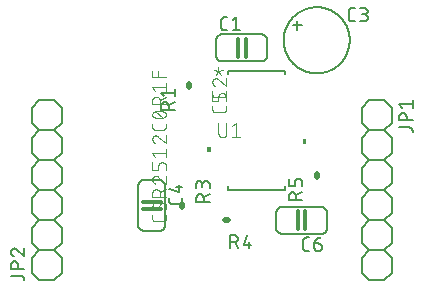
<source format=gbr>
G04 EAGLE Gerber RS-274X export*
G75*
%MOMM*%
%FSLAX34Y34*%
%LPD*%
%INSilkscreen Top*%
%IPPOS*%
%AMOC8*
5,1,8,0,0,1.08239X$1,22.5*%
G01*
%ADD10C,0.152400*%
%ADD11C,0.127000*%
%ADD12C,0.304800*%
%ADD13C,0.508000*%
%ADD14C,0.076200*%
%ADD15C,0.101600*%

G36*
X244802Y121569D02*
X244802Y121569D01*
X244804Y121569D01*
X244847Y121589D01*
X244891Y121607D01*
X244891Y121609D01*
X244893Y121610D01*
X244926Y121695D01*
X244926Y125505D01*
X244925Y125507D01*
X244926Y125509D01*
X244906Y125552D01*
X244888Y125596D01*
X244886Y125596D01*
X244885Y125598D01*
X244800Y125631D01*
X242260Y125631D01*
X242258Y125630D01*
X242256Y125631D01*
X242213Y125611D01*
X242169Y125593D01*
X242169Y125591D01*
X242167Y125590D01*
X242134Y125505D01*
X242134Y121695D01*
X242135Y121693D01*
X242134Y121691D01*
X242154Y121648D01*
X242172Y121604D01*
X242174Y121603D01*
X242175Y121601D01*
X242260Y121569D01*
X244800Y121569D01*
X244802Y121569D01*
G37*
G36*
X164142Y115069D02*
X164142Y115069D01*
X164144Y115069D01*
X164187Y115088D01*
X164231Y115107D01*
X164231Y115109D01*
X164233Y115110D01*
X164266Y115195D01*
X164266Y119005D01*
X164265Y119007D01*
X164266Y119009D01*
X164246Y119052D01*
X164228Y119095D01*
X164226Y119096D01*
X164225Y119098D01*
X164140Y119131D01*
X161600Y119131D01*
X161598Y119130D01*
X161596Y119131D01*
X161553Y119111D01*
X161509Y119093D01*
X161509Y119091D01*
X161507Y119090D01*
X161474Y119005D01*
X161474Y115195D01*
X161475Y115193D01*
X161474Y115191D01*
X161494Y115148D01*
X161512Y115104D01*
X161514Y115103D01*
X161515Y115101D01*
X161600Y115068D01*
X164140Y115068D01*
X164142Y115069D01*
G37*
D10*
X233680Y222250D02*
X237490Y222250D01*
X237490Y218440D01*
X237490Y222250D02*
X241300Y222250D01*
X237490Y222250D02*
X237490Y226060D01*
X226060Y209550D02*
X226068Y210236D01*
X226094Y210921D01*
X226136Y211605D01*
X226195Y212289D01*
X226270Y212970D01*
X226362Y213650D01*
X226471Y214327D01*
X226597Y215001D01*
X226739Y215672D01*
X226897Y216339D01*
X227072Y217002D01*
X227263Y217661D01*
X227470Y218314D01*
X227693Y218963D01*
X227932Y219605D01*
X228187Y220242D01*
X228457Y220872D01*
X228743Y221496D01*
X229043Y222112D01*
X229359Y222721D01*
X229690Y223322D01*
X230035Y223914D01*
X230395Y224498D01*
X230769Y225073D01*
X231157Y225638D01*
X231558Y226194D01*
X231974Y226740D01*
X232402Y227275D01*
X232844Y227800D01*
X233298Y228313D01*
X233765Y228816D01*
X234243Y229307D01*
X234734Y229785D01*
X235237Y230252D01*
X235750Y230706D01*
X236275Y231148D01*
X236810Y231576D01*
X237356Y231992D01*
X237912Y232393D01*
X238477Y232781D01*
X239052Y233155D01*
X239636Y233515D01*
X240228Y233860D01*
X240829Y234191D01*
X241438Y234507D01*
X242054Y234807D01*
X242678Y235093D01*
X243308Y235363D01*
X243945Y235618D01*
X244587Y235857D01*
X245236Y236080D01*
X245889Y236287D01*
X246548Y236478D01*
X247211Y236653D01*
X247878Y236811D01*
X248549Y236953D01*
X249223Y237079D01*
X249900Y237188D01*
X250580Y237280D01*
X251261Y237355D01*
X251945Y237414D01*
X252629Y237456D01*
X253314Y237482D01*
X254000Y237490D01*
X254686Y237482D01*
X255371Y237456D01*
X256055Y237414D01*
X256739Y237355D01*
X257420Y237280D01*
X258100Y237188D01*
X258777Y237079D01*
X259451Y236953D01*
X260122Y236811D01*
X260789Y236653D01*
X261452Y236478D01*
X262111Y236287D01*
X262764Y236080D01*
X263413Y235857D01*
X264055Y235618D01*
X264692Y235363D01*
X265322Y235093D01*
X265946Y234807D01*
X266562Y234507D01*
X267171Y234191D01*
X267772Y233860D01*
X268364Y233515D01*
X268948Y233155D01*
X269523Y232781D01*
X270088Y232393D01*
X270644Y231992D01*
X271190Y231576D01*
X271725Y231148D01*
X272250Y230706D01*
X272763Y230252D01*
X273266Y229785D01*
X273757Y229307D01*
X274235Y228816D01*
X274702Y228313D01*
X275156Y227800D01*
X275598Y227275D01*
X276026Y226740D01*
X276442Y226194D01*
X276843Y225638D01*
X277231Y225073D01*
X277605Y224498D01*
X277965Y223914D01*
X278310Y223322D01*
X278641Y222721D01*
X278957Y222112D01*
X279257Y221496D01*
X279543Y220872D01*
X279813Y220242D01*
X280068Y219605D01*
X280307Y218963D01*
X280530Y218314D01*
X280737Y217661D01*
X280928Y217002D01*
X281103Y216339D01*
X281261Y215672D01*
X281403Y215001D01*
X281529Y214327D01*
X281638Y213650D01*
X281730Y212970D01*
X281805Y212289D01*
X281864Y211605D01*
X281906Y210921D01*
X281932Y210236D01*
X281940Y209550D01*
X281932Y208864D01*
X281906Y208179D01*
X281864Y207495D01*
X281805Y206811D01*
X281730Y206130D01*
X281638Y205450D01*
X281529Y204773D01*
X281403Y204099D01*
X281261Y203428D01*
X281103Y202761D01*
X280928Y202098D01*
X280737Y201439D01*
X280530Y200786D01*
X280307Y200137D01*
X280068Y199495D01*
X279813Y198858D01*
X279543Y198228D01*
X279257Y197604D01*
X278957Y196988D01*
X278641Y196379D01*
X278310Y195778D01*
X277965Y195186D01*
X277605Y194602D01*
X277231Y194027D01*
X276843Y193462D01*
X276442Y192906D01*
X276026Y192360D01*
X275598Y191825D01*
X275156Y191300D01*
X274702Y190787D01*
X274235Y190284D01*
X273757Y189793D01*
X273266Y189315D01*
X272763Y188848D01*
X272250Y188394D01*
X271725Y187952D01*
X271190Y187524D01*
X270644Y187108D01*
X270088Y186707D01*
X269523Y186319D01*
X268948Y185945D01*
X268364Y185585D01*
X267772Y185240D01*
X267171Y184909D01*
X266562Y184593D01*
X265946Y184293D01*
X265322Y184007D01*
X264692Y183737D01*
X264055Y183482D01*
X263413Y183243D01*
X262764Y183020D01*
X262111Y182813D01*
X261452Y182622D01*
X260789Y182447D01*
X260122Y182289D01*
X259451Y182147D01*
X258777Y182021D01*
X258100Y181912D01*
X257420Y181820D01*
X256739Y181745D01*
X256055Y181686D01*
X255371Y181644D01*
X254686Y181618D01*
X254000Y181610D01*
X253314Y181618D01*
X252629Y181644D01*
X251945Y181686D01*
X251261Y181745D01*
X250580Y181820D01*
X249900Y181912D01*
X249223Y182021D01*
X248549Y182147D01*
X247878Y182289D01*
X247211Y182447D01*
X246548Y182622D01*
X245889Y182813D01*
X245236Y183020D01*
X244587Y183243D01*
X243945Y183482D01*
X243308Y183737D01*
X242678Y184007D01*
X242054Y184293D01*
X241438Y184593D01*
X240829Y184909D01*
X240228Y185240D01*
X239636Y185585D01*
X239052Y185945D01*
X238477Y186319D01*
X237912Y186707D01*
X237356Y187108D01*
X236810Y187524D01*
X236275Y187952D01*
X235750Y188394D01*
X235237Y188848D01*
X234734Y189315D01*
X234243Y189793D01*
X233765Y190284D01*
X233298Y190787D01*
X232844Y191300D01*
X232402Y191825D01*
X231974Y192360D01*
X231558Y192906D01*
X231157Y193462D01*
X230769Y194027D01*
X230395Y194602D01*
X230035Y195186D01*
X229690Y195778D01*
X229359Y196379D01*
X229043Y196988D01*
X228743Y197604D01*
X228457Y198228D01*
X228187Y198858D01*
X227932Y199495D01*
X227693Y200137D01*
X227470Y200786D01*
X227263Y201439D01*
X227072Y202098D01*
X226897Y202761D01*
X226739Y203428D01*
X226597Y204099D01*
X226471Y204773D01*
X226362Y205450D01*
X226270Y206130D01*
X226195Y206811D01*
X226136Y207495D01*
X226094Y208179D01*
X226068Y208864D01*
X226060Y209550D01*
D11*
X283845Y225425D02*
X286385Y225425D01*
X283845Y225425D02*
X283745Y225427D01*
X283646Y225433D01*
X283546Y225443D01*
X283448Y225456D01*
X283349Y225474D01*
X283252Y225495D01*
X283156Y225520D01*
X283060Y225549D01*
X282966Y225582D01*
X282873Y225618D01*
X282782Y225658D01*
X282692Y225702D01*
X282604Y225749D01*
X282518Y225799D01*
X282434Y225853D01*
X282352Y225910D01*
X282273Y225970D01*
X282195Y226034D01*
X282121Y226100D01*
X282049Y226169D01*
X281980Y226241D01*
X281914Y226315D01*
X281850Y226393D01*
X281790Y226472D01*
X281733Y226554D01*
X281679Y226638D01*
X281629Y226724D01*
X281582Y226812D01*
X281538Y226902D01*
X281498Y226993D01*
X281462Y227086D01*
X281429Y227180D01*
X281400Y227276D01*
X281375Y227372D01*
X281354Y227469D01*
X281336Y227568D01*
X281323Y227666D01*
X281313Y227766D01*
X281307Y227865D01*
X281305Y227965D01*
X281305Y234315D01*
X281307Y234415D01*
X281313Y234514D01*
X281323Y234614D01*
X281336Y234712D01*
X281354Y234811D01*
X281375Y234908D01*
X281400Y235004D01*
X281429Y235100D01*
X281462Y235194D01*
X281498Y235287D01*
X281538Y235378D01*
X281582Y235468D01*
X281629Y235556D01*
X281679Y235642D01*
X281733Y235726D01*
X281790Y235808D01*
X281850Y235887D01*
X281914Y235965D01*
X281980Y236039D01*
X282049Y236111D01*
X282121Y236180D01*
X282195Y236246D01*
X282273Y236310D01*
X282352Y236370D01*
X282434Y236427D01*
X282518Y236481D01*
X282604Y236531D01*
X282692Y236578D01*
X282782Y236622D01*
X282873Y236662D01*
X282966Y236698D01*
X283060Y236731D01*
X283156Y236760D01*
X283252Y236785D01*
X283349Y236806D01*
X283448Y236824D01*
X283546Y236837D01*
X283646Y236847D01*
X283745Y236853D01*
X283845Y236855D01*
X286385Y236855D01*
X290867Y225425D02*
X294042Y225425D01*
X294153Y225427D01*
X294263Y225433D01*
X294374Y225442D01*
X294484Y225456D01*
X294593Y225473D01*
X294702Y225494D01*
X294810Y225519D01*
X294917Y225548D01*
X295023Y225580D01*
X295128Y225616D01*
X295231Y225656D01*
X295333Y225699D01*
X295434Y225746D01*
X295533Y225797D01*
X295630Y225850D01*
X295724Y225907D01*
X295817Y225968D01*
X295908Y226031D01*
X295997Y226098D01*
X296083Y226168D01*
X296166Y226241D01*
X296248Y226316D01*
X296326Y226394D01*
X296401Y226476D01*
X296474Y226559D01*
X296544Y226645D01*
X296611Y226734D01*
X296674Y226825D01*
X296735Y226918D01*
X296792Y227012D01*
X296845Y227109D01*
X296896Y227208D01*
X296943Y227309D01*
X296986Y227411D01*
X297026Y227514D01*
X297062Y227619D01*
X297094Y227725D01*
X297123Y227832D01*
X297148Y227940D01*
X297169Y228049D01*
X297186Y228158D01*
X297200Y228268D01*
X297209Y228379D01*
X297215Y228489D01*
X297217Y228600D01*
X297215Y228711D01*
X297209Y228821D01*
X297200Y228932D01*
X297186Y229042D01*
X297169Y229151D01*
X297148Y229260D01*
X297123Y229368D01*
X297094Y229475D01*
X297062Y229581D01*
X297026Y229686D01*
X296986Y229789D01*
X296943Y229891D01*
X296896Y229992D01*
X296845Y230091D01*
X296792Y230187D01*
X296735Y230282D01*
X296674Y230375D01*
X296611Y230466D01*
X296544Y230555D01*
X296474Y230641D01*
X296401Y230724D01*
X296326Y230806D01*
X296248Y230884D01*
X296166Y230959D01*
X296083Y231032D01*
X295997Y231102D01*
X295908Y231169D01*
X295817Y231232D01*
X295724Y231293D01*
X295630Y231350D01*
X295533Y231403D01*
X295434Y231454D01*
X295333Y231501D01*
X295231Y231544D01*
X295128Y231584D01*
X295023Y231620D01*
X294917Y231652D01*
X294810Y231681D01*
X294702Y231706D01*
X294593Y231727D01*
X294484Y231744D01*
X294374Y231758D01*
X294263Y231767D01*
X294153Y231773D01*
X294042Y231775D01*
X294677Y236855D02*
X290867Y236855D01*
X294677Y236855D02*
X294777Y236853D01*
X294876Y236847D01*
X294976Y236837D01*
X295074Y236824D01*
X295173Y236806D01*
X295270Y236785D01*
X295366Y236760D01*
X295462Y236731D01*
X295556Y236698D01*
X295649Y236662D01*
X295740Y236622D01*
X295830Y236578D01*
X295918Y236531D01*
X296004Y236481D01*
X296088Y236427D01*
X296170Y236370D01*
X296249Y236310D01*
X296327Y236246D01*
X296401Y236180D01*
X296473Y236111D01*
X296542Y236039D01*
X296608Y235965D01*
X296672Y235887D01*
X296732Y235808D01*
X296789Y235726D01*
X296843Y235642D01*
X296893Y235556D01*
X296940Y235468D01*
X296984Y235378D01*
X297024Y235287D01*
X297060Y235194D01*
X297093Y235100D01*
X297122Y235004D01*
X297147Y234908D01*
X297168Y234811D01*
X297186Y234712D01*
X297199Y234614D01*
X297209Y234514D01*
X297215Y234415D01*
X297217Y234315D01*
X297215Y234215D01*
X297209Y234116D01*
X297199Y234016D01*
X297186Y233918D01*
X297168Y233819D01*
X297147Y233722D01*
X297122Y233626D01*
X297093Y233530D01*
X297060Y233436D01*
X297024Y233343D01*
X296984Y233252D01*
X296940Y233162D01*
X296893Y233074D01*
X296843Y232988D01*
X296789Y232904D01*
X296732Y232822D01*
X296672Y232743D01*
X296608Y232665D01*
X296542Y232591D01*
X296473Y232519D01*
X296401Y232450D01*
X296327Y232384D01*
X296249Y232320D01*
X296170Y232260D01*
X296088Y232203D01*
X296004Y232149D01*
X295918Y232099D01*
X295830Y232052D01*
X295740Y232008D01*
X295649Y231968D01*
X295556Y231932D01*
X295462Y231899D01*
X295366Y231870D01*
X295270Y231845D01*
X295173Y231824D01*
X295074Y231806D01*
X294976Y231793D01*
X294876Y231783D01*
X294777Y231777D01*
X294677Y231775D01*
X292137Y231775D01*
D10*
X262890Y63500D02*
X262890Y50800D01*
X262888Y50660D01*
X262882Y50520D01*
X262873Y50380D01*
X262859Y50241D01*
X262842Y50102D01*
X262821Y49964D01*
X262796Y49826D01*
X262767Y49689D01*
X262735Y49553D01*
X262698Y49418D01*
X262658Y49284D01*
X262615Y49151D01*
X262567Y49019D01*
X262517Y48888D01*
X262462Y48759D01*
X262404Y48632D01*
X262343Y48506D01*
X262278Y48382D01*
X262209Y48260D01*
X262138Y48140D01*
X262063Y48022D01*
X261985Y47905D01*
X261903Y47791D01*
X261819Y47680D01*
X261731Y47571D01*
X261641Y47464D01*
X261547Y47359D01*
X261451Y47258D01*
X261352Y47159D01*
X261251Y47063D01*
X261146Y46969D01*
X261039Y46879D01*
X260930Y46791D01*
X260819Y46707D01*
X260705Y46625D01*
X260588Y46547D01*
X260470Y46472D01*
X260350Y46401D01*
X260228Y46332D01*
X260104Y46267D01*
X259978Y46206D01*
X259851Y46148D01*
X259722Y46093D01*
X259591Y46043D01*
X259459Y45995D01*
X259326Y45952D01*
X259192Y45912D01*
X259057Y45875D01*
X258921Y45843D01*
X258784Y45814D01*
X258646Y45789D01*
X258508Y45768D01*
X258369Y45751D01*
X258230Y45737D01*
X258090Y45728D01*
X257950Y45722D01*
X257810Y45720D01*
X262890Y63500D02*
X262888Y63640D01*
X262882Y63780D01*
X262873Y63920D01*
X262859Y64059D01*
X262842Y64198D01*
X262821Y64336D01*
X262796Y64474D01*
X262767Y64611D01*
X262735Y64747D01*
X262698Y64882D01*
X262658Y65016D01*
X262615Y65149D01*
X262567Y65281D01*
X262517Y65412D01*
X262462Y65541D01*
X262404Y65668D01*
X262343Y65794D01*
X262278Y65918D01*
X262209Y66040D01*
X262138Y66160D01*
X262063Y66278D01*
X261985Y66395D01*
X261903Y66509D01*
X261819Y66620D01*
X261731Y66729D01*
X261641Y66836D01*
X261547Y66941D01*
X261451Y67042D01*
X261352Y67141D01*
X261251Y67237D01*
X261146Y67331D01*
X261039Y67421D01*
X260930Y67509D01*
X260819Y67593D01*
X260705Y67675D01*
X260588Y67753D01*
X260470Y67828D01*
X260350Y67899D01*
X260228Y67968D01*
X260104Y68033D01*
X259978Y68094D01*
X259851Y68152D01*
X259722Y68207D01*
X259591Y68257D01*
X259459Y68305D01*
X259326Y68348D01*
X259192Y68388D01*
X259057Y68425D01*
X258921Y68457D01*
X258784Y68486D01*
X258646Y68511D01*
X258508Y68532D01*
X258369Y68549D01*
X258230Y68563D01*
X258090Y68572D01*
X257950Y68578D01*
X257810Y68580D01*
X257810Y45720D02*
X224790Y45720D01*
X219710Y50800D02*
X219710Y63500D01*
X224790Y68580D02*
X257810Y68580D01*
X224790Y45720D02*
X224650Y45722D01*
X224510Y45728D01*
X224370Y45737D01*
X224231Y45751D01*
X224092Y45768D01*
X223954Y45789D01*
X223816Y45814D01*
X223679Y45843D01*
X223543Y45875D01*
X223408Y45912D01*
X223274Y45952D01*
X223141Y45995D01*
X223009Y46043D01*
X222878Y46093D01*
X222749Y46148D01*
X222622Y46206D01*
X222496Y46267D01*
X222372Y46332D01*
X222250Y46401D01*
X222130Y46472D01*
X222012Y46547D01*
X221895Y46625D01*
X221781Y46707D01*
X221670Y46791D01*
X221561Y46879D01*
X221454Y46969D01*
X221349Y47063D01*
X221248Y47159D01*
X221149Y47258D01*
X221053Y47359D01*
X220959Y47464D01*
X220869Y47571D01*
X220781Y47680D01*
X220697Y47791D01*
X220615Y47905D01*
X220537Y48022D01*
X220462Y48140D01*
X220391Y48260D01*
X220322Y48382D01*
X220257Y48506D01*
X220196Y48632D01*
X220138Y48759D01*
X220083Y48888D01*
X220033Y49019D01*
X219985Y49151D01*
X219942Y49284D01*
X219902Y49418D01*
X219865Y49553D01*
X219833Y49689D01*
X219804Y49826D01*
X219779Y49964D01*
X219758Y50102D01*
X219741Y50241D01*
X219727Y50380D01*
X219718Y50520D01*
X219712Y50660D01*
X219710Y50800D01*
X219710Y63500D02*
X219712Y63640D01*
X219718Y63780D01*
X219727Y63920D01*
X219741Y64059D01*
X219758Y64198D01*
X219779Y64336D01*
X219804Y64474D01*
X219833Y64611D01*
X219865Y64747D01*
X219902Y64882D01*
X219942Y65016D01*
X219985Y65149D01*
X220033Y65281D01*
X220083Y65412D01*
X220138Y65541D01*
X220196Y65668D01*
X220257Y65794D01*
X220322Y65918D01*
X220391Y66040D01*
X220462Y66160D01*
X220537Y66278D01*
X220615Y66395D01*
X220697Y66509D01*
X220781Y66620D01*
X220869Y66729D01*
X220959Y66836D01*
X221053Y66941D01*
X221149Y67042D01*
X221248Y67141D01*
X221349Y67237D01*
X221454Y67331D01*
X221561Y67421D01*
X221670Y67509D01*
X221781Y67593D01*
X221895Y67675D01*
X222012Y67753D01*
X222130Y67828D01*
X222250Y67899D01*
X222372Y67968D01*
X222496Y68033D01*
X222622Y68094D01*
X222749Y68152D01*
X222878Y68207D01*
X223009Y68257D01*
X223141Y68305D01*
X223274Y68348D01*
X223408Y68388D01*
X223543Y68425D01*
X223679Y68457D01*
X223816Y68486D01*
X223954Y68511D01*
X224092Y68532D01*
X224231Y68549D01*
X224370Y68563D01*
X224510Y68572D01*
X224650Y68578D01*
X224790Y68580D01*
D12*
X244348Y64770D02*
X244348Y49530D01*
X237998Y49530D02*
X237998Y64770D01*
D11*
X245073Y31115D02*
X247613Y31115D01*
X245073Y31115D02*
X244973Y31117D01*
X244874Y31123D01*
X244774Y31133D01*
X244676Y31146D01*
X244577Y31164D01*
X244480Y31185D01*
X244384Y31210D01*
X244288Y31239D01*
X244194Y31272D01*
X244101Y31308D01*
X244010Y31348D01*
X243920Y31392D01*
X243832Y31439D01*
X243746Y31489D01*
X243662Y31543D01*
X243580Y31600D01*
X243501Y31660D01*
X243423Y31724D01*
X243349Y31790D01*
X243277Y31859D01*
X243208Y31931D01*
X243142Y32005D01*
X243078Y32083D01*
X243018Y32162D01*
X242961Y32244D01*
X242907Y32328D01*
X242857Y32414D01*
X242810Y32502D01*
X242766Y32592D01*
X242726Y32683D01*
X242690Y32776D01*
X242657Y32870D01*
X242628Y32966D01*
X242603Y33062D01*
X242582Y33159D01*
X242564Y33258D01*
X242551Y33356D01*
X242541Y33456D01*
X242535Y33555D01*
X242533Y33655D01*
X242533Y40005D01*
X242535Y40105D01*
X242541Y40204D01*
X242551Y40304D01*
X242564Y40402D01*
X242582Y40501D01*
X242603Y40598D01*
X242628Y40694D01*
X242657Y40790D01*
X242690Y40884D01*
X242726Y40977D01*
X242766Y41068D01*
X242810Y41158D01*
X242857Y41246D01*
X242907Y41332D01*
X242961Y41416D01*
X243018Y41498D01*
X243078Y41577D01*
X243142Y41655D01*
X243208Y41729D01*
X243277Y41801D01*
X243349Y41870D01*
X243423Y41936D01*
X243501Y42000D01*
X243580Y42060D01*
X243662Y42117D01*
X243746Y42171D01*
X243832Y42221D01*
X243920Y42268D01*
X244010Y42312D01*
X244101Y42352D01*
X244194Y42388D01*
X244288Y42421D01*
X244384Y42450D01*
X244480Y42475D01*
X244577Y42496D01*
X244676Y42514D01*
X244774Y42527D01*
X244874Y42537D01*
X244973Y42543D01*
X245073Y42545D01*
X247613Y42545D01*
X252095Y37465D02*
X255905Y37465D01*
X256005Y37463D01*
X256104Y37457D01*
X256204Y37447D01*
X256302Y37434D01*
X256401Y37416D01*
X256498Y37395D01*
X256594Y37370D01*
X256690Y37341D01*
X256784Y37308D01*
X256877Y37272D01*
X256968Y37232D01*
X257058Y37188D01*
X257146Y37141D01*
X257232Y37091D01*
X257316Y37037D01*
X257398Y36980D01*
X257477Y36920D01*
X257555Y36856D01*
X257629Y36790D01*
X257701Y36721D01*
X257770Y36649D01*
X257836Y36575D01*
X257900Y36497D01*
X257960Y36418D01*
X258017Y36336D01*
X258071Y36252D01*
X258121Y36166D01*
X258168Y36078D01*
X258212Y35988D01*
X258252Y35897D01*
X258288Y35804D01*
X258321Y35710D01*
X258350Y35614D01*
X258375Y35518D01*
X258396Y35421D01*
X258414Y35322D01*
X258427Y35224D01*
X258437Y35124D01*
X258443Y35025D01*
X258445Y34925D01*
X258445Y34290D01*
X258443Y34179D01*
X258437Y34069D01*
X258428Y33958D01*
X258414Y33848D01*
X258397Y33739D01*
X258376Y33630D01*
X258351Y33522D01*
X258322Y33415D01*
X258290Y33309D01*
X258254Y33204D01*
X258214Y33101D01*
X258171Y32999D01*
X258124Y32898D01*
X258073Y32799D01*
X258020Y32702D01*
X257963Y32608D01*
X257902Y32515D01*
X257839Y32424D01*
X257772Y32335D01*
X257702Y32249D01*
X257629Y32166D01*
X257554Y32084D01*
X257476Y32006D01*
X257394Y31931D01*
X257311Y31858D01*
X257225Y31788D01*
X257136Y31721D01*
X257045Y31658D01*
X256952Y31597D01*
X256857Y31540D01*
X256761Y31487D01*
X256662Y31436D01*
X256561Y31389D01*
X256459Y31346D01*
X256356Y31306D01*
X256251Y31270D01*
X256145Y31238D01*
X256038Y31209D01*
X255930Y31184D01*
X255821Y31163D01*
X255712Y31146D01*
X255602Y31132D01*
X255491Y31123D01*
X255381Y31117D01*
X255270Y31115D01*
X255159Y31117D01*
X255049Y31123D01*
X254938Y31132D01*
X254828Y31146D01*
X254719Y31163D01*
X254610Y31184D01*
X254502Y31209D01*
X254395Y31238D01*
X254289Y31270D01*
X254184Y31306D01*
X254081Y31346D01*
X253979Y31389D01*
X253878Y31436D01*
X253779Y31487D01*
X253683Y31540D01*
X253588Y31597D01*
X253495Y31658D01*
X253404Y31721D01*
X253315Y31788D01*
X253229Y31858D01*
X253146Y31931D01*
X253064Y32006D01*
X252986Y32084D01*
X252911Y32166D01*
X252838Y32249D01*
X252768Y32335D01*
X252701Y32424D01*
X252638Y32515D01*
X252577Y32608D01*
X252520Y32703D01*
X252467Y32799D01*
X252416Y32898D01*
X252369Y32999D01*
X252326Y33101D01*
X252286Y33204D01*
X252250Y33309D01*
X252218Y33415D01*
X252189Y33522D01*
X252164Y33630D01*
X252143Y33739D01*
X252126Y33848D01*
X252112Y33958D01*
X252103Y34069D01*
X252097Y34179D01*
X252095Y34290D01*
X252095Y37465D01*
X252097Y37605D01*
X252103Y37745D01*
X252112Y37885D01*
X252126Y38024D01*
X252143Y38163D01*
X252164Y38301D01*
X252189Y38439D01*
X252218Y38576D01*
X252250Y38712D01*
X252287Y38847D01*
X252327Y38981D01*
X252370Y39114D01*
X252418Y39246D01*
X252468Y39377D01*
X252523Y39506D01*
X252581Y39633D01*
X252642Y39759D01*
X252707Y39883D01*
X252776Y40005D01*
X252847Y40125D01*
X252922Y40243D01*
X253000Y40360D01*
X253082Y40474D01*
X253166Y40585D01*
X253254Y40694D01*
X253344Y40801D01*
X253438Y40906D01*
X253534Y41007D01*
X253633Y41106D01*
X253734Y41202D01*
X253839Y41296D01*
X253946Y41386D01*
X254055Y41474D01*
X254166Y41558D01*
X254280Y41640D01*
X254397Y41718D01*
X254515Y41793D01*
X254635Y41864D01*
X254757Y41933D01*
X254881Y41998D01*
X255007Y42059D01*
X255134Y42117D01*
X255263Y42172D01*
X255394Y42222D01*
X255526Y42270D01*
X255659Y42313D01*
X255793Y42353D01*
X255928Y42390D01*
X256064Y42422D01*
X256201Y42451D01*
X256339Y42476D01*
X256477Y42497D01*
X256616Y42514D01*
X256755Y42528D01*
X256895Y42537D01*
X257035Y42543D01*
X257175Y42545D01*
D10*
X168910Y196850D02*
X168910Y209550D01*
X168912Y209690D01*
X168918Y209830D01*
X168927Y209970D01*
X168941Y210109D01*
X168958Y210248D01*
X168979Y210386D01*
X169004Y210524D01*
X169033Y210661D01*
X169065Y210797D01*
X169102Y210932D01*
X169142Y211066D01*
X169185Y211199D01*
X169233Y211331D01*
X169283Y211462D01*
X169338Y211591D01*
X169396Y211718D01*
X169457Y211844D01*
X169522Y211968D01*
X169591Y212090D01*
X169662Y212210D01*
X169737Y212328D01*
X169815Y212445D01*
X169897Y212559D01*
X169981Y212670D01*
X170069Y212779D01*
X170159Y212886D01*
X170253Y212991D01*
X170349Y213092D01*
X170448Y213191D01*
X170549Y213287D01*
X170654Y213381D01*
X170761Y213471D01*
X170870Y213559D01*
X170981Y213643D01*
X171095Y213725D01*
X171212Y213803D01*
X171330Y213878D01*
X171450Y213949D01*
X171572Y214018D01*
X171696Y214083D01*
X171822Y214144D01*
X171949Y214202D01*
X172078Y214257D01*
X172209Y214307D01*
X172341Y214355D01*
X172474Y214398D01*
X172608Y214438D01*
X172743Y214475D01*
X172879Y214507D01*
X173016Y214536D01*
X173154Y214561D01*
X173292Y214582D01*
X173431Y214599D01*
X173570Y214613D01*
X173710Y214622D01*
X173850Y214628D01*
X173990Y214630D01*
X168910Y196850D02*
X168912Y196710D01*
X168918Y196570D01*
X168927Y196430D01*
X168941Y196291D01*
X168958Y196152D01*
X168979Y196014D01*
X169004Y195876D01*
X169033Y195739D01*
X169065Y195603D01*
X169102Y195468D01*
X169142Y195334D01*
X169185Y195201D01*
X169233Y195069D01*
X169283Y194938D01*
X169338Y194809D01*
X169396Y194682D01*
X169457Y194556D01*
X169522Y194432D01*
X169591Y194310D01*
X169662Y194190D01*
X169737Y194072D01*
X169815Y193955D01*
X169897Y193841D01*
X169981Y193730D01*
X170069Y193621D01*
X170159Y193514D01*
X170253Y193409D01*
X170349Y193308D01*
X170448Y193209D01*
X170549Y193113D01*
X170654Y193019D01*
X170761Y192929D01*
X170870Y192841D01*
X170981Y192757D01*
X171095Y192675D01*
X171212Y192597D01*
X171330Y192522D01*
X171450Y192451D01*
X171572Y192382D01*
X171696Y192317D01*
X171822Y192256D01*
X171949Y192198D01*
X172078Y192143D01*
X172209Y192093D01*
X172341Y192045D01*
X172474Y192002D01*
X172608Y191962D01*
X172743Y191925D01*
X172879Y191893D01*
X173016Y191864D01*
X173154Y191839D01*
X173292Y191818D01*
X173431Y191801D01*
X173570Y191787D01*
X173710Y191778D01*
X173850Y191772D01*
X173990Y191770D01*
X173990Y214630D02*
X207010Y214630D01*
X212090Y209550D02*
X212090Y196850D01*
X207010Y191770D02*
X173990Y191770D01*
X207010Y214630D02*
X207150Y214628D01*
X207290Y214622D01*
X207430Y214613D01*
X207569Y214599D01*
X207708Y214582D01*
X207846Y214561D01*
X207984Y214536D01*
X208121Y214507D01*
X208257Y214475D01*
X208392Y214438D01*
X208526Y214398D01*
X208659Y214355D01*
X208791Y214307D01*
X208922Y214257D01*
X209051Y214202D01*
X209178Y214144D01*
X209304Y214083D01*
X209428Y214018D01*
X209550Y213949D01*
X209670Y213878D01*
X209788Y213803D01*
X209905Y213725D01*
X210019Y213643D01*
X210130Y213559D01*
X210239Y213471D01*
X210346Y213381D01*
X210451Y213287D01*
X210552Y213191D01*
X210651Y213092D01*
X210747Y212991D01*
X210841Y212886D01*
X210931Y212779D01*
X211019Y212670D01*
X211103Y212559D01*
X211185Y212445D01*
X211263Y212328D01*
X211338Y212210D01*
X211409Y212090D01*
X211478Y211968D01*
X211543Y211844D01*
X211604Y211718D01*
X211662Y211591D01*
X211717Y211462D01*
X211767Y211331D01*
X211815Y211199D01*
X211858Y211066D01*
X211898Y210932D01*
X211935Y210797D01*
X211967Y210661D01*
X211996Y210524D01*
X212021Y210386D01*
X212042Y210248D01*
X212059Y210109D01*
X212073Y209970D01*
X212082Y209830D01*
X212088Y209690D01*
X212090Y209550D01*
X212090Y196850D02*
X212088Y196710D01*
X212082Y196570D01*
X212073Y196430D01*
X212059Y196291D01*
X212042Y196152D01*
X212021Y196014D01*
X211996Y195876D01*
X211967Y195739D01*
X211935Y195603D01*
X211898Y195468D01*
X211858Y195334D01*
X211815Y195201D01*
X211767Y195069D01*
X211717Y194938D01*
X211662Y194809D01*
X211604Y194682D01*
X211543Y194556D01*
X211478Y194432D01*
X211409Y194310D01*
X211338Y194190D01*
X211263Y194072D01*
X211185Y193955D01*
X211103Y193841D01*
X211019Y193730D01*
X210931Y193621D01*
X210841Y193514D01*
X210747Y193409D01*
X210651Y193308D01*
X210552Y193209D01*
X210451Y193113D01*
X210346Y193019D01*
X210239Y192929D01*
X210130Y192841D01*
X210019Y192757D01*
X209905Y192675D01*
X209788Y192597D01*
X209670Y192522D01*
X209550Y192451D01*
X209428Y192382D01*
X209304Y192317D01*
X209178Y192256D01*
X209051Y192198D01*
X208922Y192143D01*
X208791Y192093D01*
X208659Y192045D01*
X208526Y192002D01*
X208392Y191962D01*
X208257Y191925D01*
X208121Y191893D01*
X207984Y191864D01*
X207846Y191839D01*
X207708Y191818D01*
X207569Y191801D01*
X207430Y191787D01*
X207290Y191778D01*
X207150Y191772D01*
X207010Y191770D01*
D12*
X187452Y195580D02*
X187452Y210820D01*
X193802Y210820D02*
X193802Y195580D01*
D11*
X178435Y217805D02*
X175895Y217805D01*
X175795Y217807D01*
X175696Y217813D01*
X175596Y217823D01*
X175498Y217836D01*
X175399Y217854D01*
X175302Y217875D01*
X175206Y217900D01*
X175110Y217929D01*
X175016Y217962D01*
X174923Y217998D01*
X174832Y218038D01*
X174742Y218082D01*
X174654Y218129D01*
X174568Y218179D01*
X174484Y218233D01*
X174402Y218290D01*
X174323Y218350D01*
X174245Y218414D01*
X174171Y218480D01*
X174099Y218549D01*
X174030Y218621D01*
X173964Y218695D01*
X173900Y218773D01*
X173840Y218852D01*
X173783Y218934D01*
X173729Y219018D01*
X173679Y219104D01*
X173632Y219192D01*
X173588Y219282D01*
X173548Y219373D01*
X173512Y219466D01*
X173479Y219560D01*
X173450Y219656D01*
X173425Y219752D01*
X173404Y219849D01*
X173386Y219948D01*
X173373Y220046D01*
X173363Y220146D01*
X173357Y220245D01*
X173355Y220345D01*
X173355Y226695D01*
X173357Y226795D01*
X173363Y226894D01*
X173373Y226994D01*
X173386Y227092D01*
X173404Y227191D01*
X173425Y227288D01*
X173450Y227384D01*
X173479Y227480D01*
X173512Y227574D01*
X173548Y227667D01*
X173588Y227758D01*
X173632Y227848D01*
X173679Y227936D01*
X173729Y228022D01*
X173783Y228106D01*
X173840Y228188D01*
X173900Y228267D01*
X173964Y228345D01*
X174030Y228419D01*
X174099Y228491D01*
X174171Y228560D01*
X174245Y228626D01*
X174323Y228690D01*
X174402Y228750D01*
X174484Y228807D01*
X174568Y228861D01*
X174654Y228911D01*
X174742Y228958D01*
X174832Y229002D01*
X174923Y229042D01*
X175016Y229078D01*
X175110Y229111D01*
X175206Y229140D01*
X175302Y229165D01*
X175399Y229186D01*
X175498Y229204D01*
X175596Y229217D01*
X175696Y229227D01*
X175795Y229233D01*
X175895Y229235D01*
X178435Y229235D01*
X182917Y226695D02*
X186092Y229235D01*
X186092Y217805D01*
X182917Y217805D02*
X189267Y217805D01*
D10*
X120650Y91440D02*
X107950Y91440D01*
X120650Y91440D02*
X120790Y91438D01*
X120930Y91432D01*
X121070Y91423D01*
X121209Y91409D01*
X121348Y91392D01*
X121486Y91371D01*
X121624Y91346D01*
X121761Y91317D01*
X121897Y91285D01*
X122032Y91248D01*
X122166Y91208D01*
X122299Y91165D01*
X122431Y91117D01*
X122562Y91067D01*
X122691Y91012D01*
X122818Y90954D01*
X122944Y90893D01*
X123068Y90828D01*
X123190Y90759D01*
X123310Y90688D01*
X123428Y90613D01*
X123545Y90535D01*
X123659Y90453D01*
X123770Y90369D01*
X123879Y90281D01*
X123986Y90191D01*
X124091Y90097D01*
X124192Y90001D01*
X124291Y89902D01*
X124387Y89801D01*
X124481Y89696D01*
X124571Y89589D01*
X124659Y89480D01*
X124743Y89369D01*
X124825Y89255D01*
X124903Y89138D01*
X124978Y89020D01*
X125049Y88900D01*
X125118Y88778D01*
X125183Y88654D01*
X125244Y88528D01*
X125302Y88401D01*
X125357Y88272D01*
X125407Y88141D01*
X125455Y88009D01*
X125498Y87876D01*
X125538Y87742D01*
X125575Y87607D01*
X125607Y87471D01*
X125636Y87334D01*
X125661Y87196D01*
X125682Y87058D01*
X125699Y86919D01*
X125713Y86780D01*
X125722Y86640D01*
X125728Y86500D01*
X125730Y86360D01*
X107950Y91440D02*
X107810Y91438D01*
X107670Y91432D01*
X107530Y91423D01*
X107391Y91409D01*
X107252Y91392D01*
X107114Y91371D01*
X106976Y91346D01*
X106839Y91317D01*
X106703Y91285D01*
X106568Y91248D01*
X106434Y91208D01*
X106301Y91165D01*
X106169Y91117D01*
X106038Y91067D01*
X105909Y91012D01*
X105782Y90954D01*
X105656Y90893D01*
X105532Y90828D01*
X105410Y90759D01*
X105290Y90688D01*
X105172Y90613D01*
X105055Y90535D01*
X104941Y90453D01*
X104830Y90369D01*
X104721Y90281D01*
X104614Y90191D01*
X104509Y90097D01*
X104408Y90001D01*
X104309Y89902D01*
X104213Y89801D01*
X104119Y89696D01*
X104029Y89589D01*
X103941Y89480D01*
X103857Y89369D01*
X103775Y89255D01*
X103697Y89138D01*
X103622Y89020D01*
X103551Y88900D01*
X103482Y88778D01*
X103417Y88654D01*
X103356Y88528D01*
X103298Y88401D01*
X103243Y88272D01*
X103193Y88141D01*
X103145Y88009D01*
X103102Y87876D01*
X103062Y87742D01*
X103025Y87607D01*
X102993Y87471D01*
X102964Y87334D01*
X102939Y87196D01*
X102918Y87058D01*
X102901Y86919D01*
X102887Y86780D01*
X102878Y86640D01*
X102872Y86500D01*
X102870Y86360D01*
X125730Y86360D02*
X125730Y53340D01*
X120650Y48260D02*
X107950Y48260D01*
X102870Y53340D02*
X102870Y86360D01*
X125730Y53340D02*
X125728Y53200D01*
X125722Y53060D01*
X125713Y52920D01*
X125699Y52781D01*
X125682Y52642D01*
X125661Y52504D01*
X125636Y52366D01*
X125607Y52229D01*
X125575Y52093D01*
X125538Y51958D01*
X125498Y51824D01*
X125455Y51691D01*
X125407Y51559D01*
X125357Y51428D01*
X125302Y51299D01*
X125244Y51172D01*
X125183Y51046D01*
X125118Y50922D01*
X125049Y50800D01*
X124978Y50680D01*
X124903Y50562D01*
X124825Y50445D01*
X124743Y50331D01*
X124659Y50220D01*
X124571Y50111D01*
X124481Y50004D01*
X124387Y49899D01*
X124291Y49798D01*
X124192Y49699D01*
X124091Y49603D01*
X123986Y49509D01*
X123879Y49419D01*
X123770Y49331D01*
X123659Y49247D01*
X123545Y49165D01*
X123428Y49087D01*
X123310Y49012D01*
X123190Y48941D01*
X123068Y48872D01*
X122944Y48807D01*
X122818Y48746D01*
X122691Y48688D01*
X122562Y48633D01*
X122431Y48583D01*
X122299Y48535D01*
X122166Y48492D01*
X122032Y48452D01*
X121897Y48415D01*
X121761Y48383D01*
X121624Y48354D01*
X121486Y48329D01*
X121348Y48308D01*
X121209Y48291D01*
X121070Y48277D01*
X120930Y48268D01*
X120790Y48262D01*
X120650Y48260D01*
X107950Y48260D02*
X107810Y48262D01*
X107670Y48268D01*
X107530Y48277D01*
X107391Y48291D01*
X107252Y48308D01*
X107114Y48329D01*
X106976Y48354D01*
X106839Y48383D01*
X106703Y48415D01*
X106568Y48452D01*
X106434Y48492D01*
X106301Y48535D01*
X106169Y48583D01*
X106038Y48633D01*
X105909Y48688D01*
X105782Y48746D01*
X105656Y48807D01*
X105532Y48872D01*
X105410Y48941D01*
X105290Y49012D01*
X105172Y49087D01*
X105055Y49165D01*
X104941Y49247D01*
X104830Y49331D01*
X104721Y49419D01*
X104614Y49509D01*
X104509Y49603D01*
X104408Y49699D01*
X104309Y49798D01*
X104213Y49899D01*
X104119Y50004D01*
X104029Y50111D01*
X103941Y50220D01*
X103857Y50331D01*
X103775Y50445D01*
X103697Y50562D01*
X103622Y50680D01*
X103551Y50800D01*
X103482Y50922D01*
X103417Y51046D01*
X103356Y51172D01*
X103298Y51299D01*
X103243Y51428D01*
X103193Y51559D01*
X103145Y51691D01*
X103102Y51824D01*
X103062Y51958D01*
X103025Y52093D01*
X102993Y52229D01*
X102964Y52366D01*
X102939Y52504D01*
X102918Y52642D01*
X102901Y52781D01*
X102887Y52920D01*
X102878Y53060D01*
X102872Y53200D01*
X102870Y53340D01*
D12*
X106680Y72898D02*
X121920Y72898D01*
X121920Y66548D02*
X106680Y66548D01*
D11*
X140335Y73623D02*
X140335Y76163D01*
X140335Y73623D02*
X140333Y73523D01*
X140327Y73424D01*
X140317Y73324D01*
X140304Y73226D01*
X140286Y73127D01*
X140265Y73030D01*
X140240Y72934D01*
X140211Y72838D01*
X140178Y72744D01*
X140142Y72651D01*
X140102Y72560D01*
X140058Y72470D01*
X140011Y72382D01*
X139961Y72296D01*
X139907Y72212D01*
X139850Y72130D01*
X139790Y72051D01*
X139726Y71973D01*
X139660Y71899D01*
X139591Y71827D01*
X139519Y71758D01*
X139445Y71692D01*
X139367Y71628D01*
X139288Y71568D01*
X139206Y71511D01*
X139122Y71457D01*
X139036Y71407D01*
X138948Y71360D01*
X138858Y71316D01*
X138767Y71276D01*
X138674Y71240D01*
X138580Y71207D01*
X138484Y71178D01*
X138388Y71153D01*
X138291Y71132D01*
X138192Y71114D01*
X138094Y71101D01*
X137994Y71091D01*
X137895Y71085D01*
X137795Y71083D01*
X131445Y71083D01*
X131345Y71085D01*
X131246Y71091D01*
X131146Y71101D01*
X131048Y71114D01*
X130949Y71132D01*
X130852Y71153D01*
X130756Y71178D01*
X130660Y71207D01*
X130566Y71240D01*
X130473Y71276D01*
X130382Y71316D01*
X130292Y71360D01*
X130204Y71407D01*
X130118Y71457D01*
X130034Y71511D01*
X129952Y71568D01*
X129873Y71628D01*
X129795Y71692D01*
X129721Y71758D01*
X129649Y71827D01*
X129580Y71899D01*
X129514Y71973D01*
X129450Y72051D01*
X129390Y72130D01*
X129333Y72212D01*
X129279Y72296D01*
X129229Y72382D01*
X129182Y72470D01*
X129138Y72560D01*
X129098Y72651D01*
X129062Y72744D01*
X129029Y72838D01*
X129000Y72934D01*
X128975Y73030D01*
X128954Y73127D01*
X128936Y73226D01*
X128923Y73324D01*
X128913Y73424D01*
X128907Y73523D01*
X128905Y73623D01*
X128905Y76163D01*
X128905Y83185D02*
X137795Y80645D01*
X137795Y86995D01*
X135255Y85090D02*
X140335Y85090D01*
D13*
X146050Y170180D02*
X146050Y172720D01*
D11*
X133731Y150749D02*
X122301Y150749D01*
X122301Y153924D01*
X122303Y154035D01*
X122309Y154145D01*
X122318Y154256D01*
X122332Y154366D01*
X122349Y154475D01*
X122370Y154584D01*
X122395Y154692D01*
X122424Y154799D01*
X122456Y154905D01*
X122492Y155010D01*
X122532Y155113D01*
X122575Y155215D01*
X122622Y155316D01*
X122673Y155415D01*
X122726Y155512D01*
X122783Y155606D01*
X122844Y155699D01*
X122907Y155790D01*
X122974Y155879D01*
X123044Y155965D01*
X123117Y156048D01*
X123192Y156130D01*
X123270Y156208D01*
X123352Y156283D01*
X123435Y156356D01*
X123521Y156426D01*
X123610Y156493D01*
X123701Y156556D01*
X123794Y156617D01*
X123889Y156674D01*
X123985Y156727D01*
X124084Y156778D01*
X124185Y156825D01*
X124287Y156868D01*
X124390Y156908D01*
X124495Y156944D01*
X124601Y156976D01*
X124708Y157005D01*
X124816Y157030D01*
X124925Y157051D01*
X125034Y157068D01*
X125144Y157082D01*
X125255Y157091D01*
X125365Y157097D01*
X125476Y157099D01*
X125587Y157097D01*
X125697Y157091D01*
X125808Y157082D01*
X125918Y157068D01*
X126027Y157051D01*
X126136Y157030D01*
X126244Y157005D01*
X126351Y156976D01*
X126457Y156944D01*
X126562Y156908D01*
X126665Y156868D01*
X126767Y156825D01*
X126868Y156778D01*
X126967Y156727D01*
X127064Y156674D01*
X127158Y156617D01*
X127251Y156556D01*
X127342Y156493D01*
X127431Y156426D01*
X127517Y156356D01*
X127600Y156283D01*
X127682Y156208D01*
X127760Y156130D01*
X127835Y156048D01*
X127908Y155965D01*
X127978Y155879D01*
X128045Y155790D01*
X128108Y155699D01*
X128169Y155606D01*
X128226Y155512D01*
X128279Y155415D01*
X128330Y155316D01*
X128377Y155215D01*
X128420Y155113D01*
X128460Y155010D01*
X128496Y154905D01*
X128528Y154799D01*
X128557Y154692D01*
X128582Y154584D01*
X128603Y154475D01*
X128620Y154366D01*
X128634Y154256D01*
X128643Y154145D01*
X128649Y154035D01*
X128651Y153924D01*
X128651Y150749D01*
X128651Y154559D02*
X133731Y157099D01*
X124841Y162096D02*
X122301Y165271D01*
X133731Y165271D01*
X133731Y162096D02*
X133731Y168446D01*
D13*
X254000Y96520D02*
X254000Y93980D01*
D11*
X241681Y74549D02*
X230251Y74549D01*
X230251Y77724D01*
X230253Y77835D01*
X230259Y77945D01*
X230268Y78056D01*
X230282Y78166D01*
X230299Y78275D01*
X230320Y78384D01*
X230345Y78492D01*
X230374Y78599D01*
X230406Y78705D01*
X230442Y78810D01*
X230482Y78913D01*
X230525Y79015D01*
X230572Y79116D01*
X230623Y79215D01*
X230676Y79311D01*
X230733Y79406D01*
X230794Y79499D01*
X230857Y79590D01*
X230924Y79679D01*
X230994Y79765D01*
X231067Y79848D01*
X231142Y79930D01*
X231220Y80008D01*
X231302Y80083D01*
X231385Y80156D01*
X231471Y80226D01*
X231560Y80293D01*
X231651Y80356D01*
X231744Y80417D01*
X231839Y80474D01*
X231935Y80527D01*
X232034Y80578D01*
X232135Y80625D01*
X232237Y80668D01*
X232340Y80708D01*
X232445Y80744D01*
X232551Y80776D01*
X232658Y80805D01*
X232766Y80830D01*
X232875Y80851D01*
X232984Y80868D01*
X233094Y80882D01*
X233205Y80891D01*
X233315Y80897D01*
X233426Y80899D01*
X233537Y80897D01*
X233647Y80891D01*
X233758Y80882D01*
X233868Y80868D01*
X233977Y80851D01*
X234086Y80830D01*
X234194Y80805D01*
X234301Y80776D01*
X234407Y80744D01*
X234512Y80708D01*
X234615Y80668D01*
X234717Y80625D01*
X234818Y80578D01*
X234917Y80527D01*
X235014Y80474D01*
X235108Y80417D01*
X235201Y80356D01*
X235292Y80293D01*
X235381Y80226D01*
X235467Y80156D01*
X235550Y80083D01*
X235632Y80008D01*
X235710Y79930D01*
X235785Y79848D01*
X235858Y79765D01*
X235928Y79679D01*
X235995Y79590D01*
X236058Y79499D01*
X236119Y79406D01*
X236176Y79312D01*
X236229Y79215D01*
X236280Y79116D01*
X236327Y79015D01*
X236370Y78913D01*
X236410Y78810D01*
X236446Y78705D01*
X236478Y78599D01*
X236507Y78492D01*
X236532Y78384D01*
X236553Y78275D01*
X236570Y78166D01*
X236584Y78056D01*
X236593Y77945D01*
X236599Y77835D01*
X236601Y77724D01*
X236601Y74549D01*
X236601Y78359D02*
X241681Y80899D01*
X241681Y85896D02*
X241681Y89706D01*
X241679Y89806D01*
X241673Y89905D01*
X241663Y90005D01*
X241650Y90103D01*
X241632Y90202D01*
X241611Y90299D01*
X241586Y90395D01*
X241557Y90491D01*
X241524Y90585D01*
X241488Y90678D01*
X241448Y90769D01*
X241404Y90859D01*
X241357Y90947D01*
X241307Y91033D01*
X241253Y91117D01*
X241196Y91199D01*
X241136Y91278D01*
X241072Y91356D01*
X241006Y91430D01*
X240937Y91502D01*
X240865Y91571D01*
X240791Y91637D01*
X240713Y91701D01*
X240634Y91761D01*
X240552Y91818D01*
X240468Y91872D01*
X240382Y91922D01*
X240294Y91969D01*
X240204Y92013D01*
X240113Y92053D01*
X240020Y92089D01*
X239926Y92122D01*
X239830Y92151D01*
X239734Y92176D01*
X239637Y92197D01*
X239538Y92215D01*
X239440Y92228D01*
X239340Y92238D01*
X239241Y92244D01*
X239141Y92246D01*
X237871Y92246D01*
X237771Y92244D01*
X237672Y92238D01*
X237572Y92228D01*
X237474Y92215D01*
X237375Y92197D01*
X237278Y92176D01*
X237182Y92151D01*
X237086Y92122D01*
X236992Y92089D01*
X236899Y92053D01*
X236808Y92013D01*
X236718Y91969D01*
X236630Y91922D01*
X236544Y91872D01*
X236460Y91818D01*
X236378Y91761D01*
X236299Y91701D01*
X236221Y91637D01*
X236147Y91571D01*
X236075Y91502D01*
X236006Y91430D01*
X235940Y91356D01*
X235876Y91278D01*
X235816Y91199D01*
X235759Y91117D01*
X235705Y91033D01*
X235655Y90947D01*
X235608Y90859D01*
X235564Y90769D01*
X235524Y90678D01*
X235488Y90585D01*
X235455Y90491D01*
X235426Y90395D01*
X235401Y90299D01*
X235380Y90202D01*
X235362Y90103D01*
X235349Y90005D01*
X235339Y89905D01*
X235333Y89806D01*
X235331Y89706D01*
X235331Y85896D01*
X230251Y85896D01*
X230251Y92246D01*
D13*
X139700Y71120D02*
X139700Y68580D01*
D11*
X152019Y72854D02*
X163449Y72854D01*
X152019Y72854D02*
X152019Y76029D01*
X152021Y76140D01*
X152027Y76250D01*
X152036Y76361D01*
X152050Y76471D01*
X152067Y76580D01*
X152088Y76689D01*
X152113Y76797D01*
X152142Y76904D01*
X152174Y77010D01*
X152210Y77115D01*
X152250Y77218D01*
X152293Y77320D01*
X152340Y77421D01*
X152391Y77520D01*
X152444Y77616D01*
X152501Y77711D01*
X152562Y77804D01*
X152625Y77895D01*
X152692Y77984D01*
X152762Y78070D01*
X152835Y78153D01*
X152910Y78235D01*
X152988Y78313D01*
X153070Y78388D01*
X153153Y78461D01*
X153239Y78531D01*
X153328Y78598D01*
X153419Y78661D01*
X153512Y78722D01*
X153607Y78779D01*
X153703Y78832D01*
X153802Y78883D01*
X153903Y78930D01*
X154005Y78973D01*
X154108Y79013D01*
X154213Y79049D01*
X154319Y79081D01*
X154426Y79110D01*
X154534Y79135D01*
X154643Y79156D01*
X154752Y79173D01*
X154862Y79187D01*
X154973Y79196D01*
X155083Y79202D01*
X155194Y79204D01*
X155305Y79202D01*
X155415Y79196D01*
X155526Y79187D01*
X155636Y79173D01*
X155745Y79156D01*
X155854Y79135D01*
X155962Y79110D01*
X156069Y79081D01*
X156175Y79049D01*
X156280Y79013D01*
X156383Y78973D01*
X156485Y78930D01*
X156586Y78883D01*
X156685Y78832D01*
X156782Y78779D01*
X156876Y78722D01*
X156969Y78661D01*
X157060Y78598D01*
X157149Y78531D01*
X157235Y78461D01*
X157318Y78388D01*
X157400Y78313D01*
X157478Y78235D01*
X157553Y78153D01*
X157626Y78070D01*
X157696Y77984D01*
X157763Y77895D01*
X157826Y77804D01*
X157887Y77711D01*
X157944Y77617D01*
X157997Y77520D01*
X158048Y77421D01*
X158095Y77320D01*
X158138Y77218D01*
X158178Y77115D01*
X158214Y77010D01*
X158246Y76904D01*
X158275Y76797D01*
X158300Y76689D01*
X158321Y76580D01*
X158338Y76471D01*
X158352Y76361D01*
X158361Y76250D01*
X158367Y76140D01*
X158369Y76029D01*
X158369Y72854D01*
X158369Y76664D02*
X163449Y79204D01*
X163449Y84201D02*
X163449Y87376D01*
X163447Y87487D01*
X163441Y87597D01*
X163432Y87708D01*
X163418Y87818D01*
X163401Y87927D01*
X163380Y88036D01*
X163355Y88144D01*
X163326Y88251D01*
X163294Y88357D01*
X163258Y88462D01*
X163218Y88565D01*
X163175Y88667D01*
X163128Y88768D01*
X163077Y88867D01*
X163024Y88964D01*
X162967Y89058D01*
X162906Y89151D01*
X162843Y89242D01*
X162776Y89331D01*
X162706Y89417D01*
X162633Y89500D01*
X162558Y89582D01*
X162480Y89660D01*
X162398Y89735D01*
X162315Y89808D01*
X162229Y89878D01*
X162140Y89945D01*
X162049Y90008D01*
X161956Y90069D01*
X161862Y90126D01*
X161765Y90179D01*
X161666Y90230D01*
X161565Y90277D01*
X161463Y90320D01*
X161360Y90360D01*
X161255Y90396D01*
X161149Y90428D01*
X161042Y90457D01*
X160934Y90482D01*
X160825Y90503D01*
X160716Y90520D01*
X160606Y90534D01*
X160495Y90543D01*
X160385Y90549D01*
X160274Y90551D01*
X160163Y90549D01*
X160053Y90543D01*
X159942Y90534D01*
X159832Y90520D01*
X159723Y90503D01*
X159614Y90482D01*
X159506Y90457D01*
X159399Y90428D01*
X159293Y90396D01*
X159188Y90360D01*
X159085Y90320D01*
X158983Y90277D01*
X158882Y90230D01*
X158783Y90179D01*
X158687Y90126D01*
X158592Y90069D01*
X158499Y90008D01*
X158408Y89945D01*
X158319Y89878D01*
X158233Y89808D01*
X158150Y89735D01*
X158068Y89660D01*
X157990Y89582D01*
X157915Y89500D01*
X157842Y89417D01*
X157772Y89331D01*
X157705Y89242D01*
X157642Y89151D01*
X157581Y89058D01*
X157524Y88963D01*
X157471Y88867D01*
X157420Y88768D01*
X157373Y88667D01*
X157330Y88565D01*
X157290Y88462D01*
X157254Y88357D01*
X157222Y88251D01*
X157193Y88144D01*
X157168Y88036D01*
X157147Y87927D01*
X157130Y87818D01*
X157116Y87708D01*
X157107Y87597D01*
X157101Y87487D01*
X157099Y87376D01*
X152019Y88011D02*
X152019Y84201D01*
X152019Y88011D02*
X152021Y88111D01*
X152027Y88210D01*
X152037Y88310D01*
X152050Y88408D01*
X152068Y88507D01*
X152089Y88604D01*
X152114Y88700D01*
X152143Y88796D01*
X152176Y88890D01*
X152212Y88983D01*
X152252Y89074D01*
X152296Y89164D01*
X152343Y89252D01*
X152393Y89338D01*
X152447Y89422D01*
X152504Y89504D01*
X152564Y89583D01*
X152628Y89661D01*
X152694Y89735D01*
X152763Y89807D01*
X152835Y89876D01*
X152909Y89942D01*
X152987Y90006D01*
X153066Y90066D01*
X153148Y90123D01*
X153232Y90177D01*
X153318Y90227D01*
X153406Y90274D01*
X153496Y90318D01*
X153587Y90358D01*
X153680Y90394D01*
X153774Y90427D01*
X153870Y90456D01*
X153966Y90481D01*
X154063Y90502D01*
X154162Y90520D01*
X154260Y90533D01*
X154360Y90543D01*
X154459Y90549D01*
X154559Y90551D01*
X154659Y90549D01*
X154758Y90543D01*
X154858Y90533D01*
X154956Y90520D01*
X155055Y90502D01*
X155152Y90481D01*
X155248Y90456D01*
X155344Y90427D01*
X155438Y90394D01*
X155531Y90358D01*
X155622Y90318D01*
X155712Y90274D01*
X155800Y90227D01*
X155886Y90177D01*
X155970Y90123D01*
X156052Y90066D01*
X156131Y90006D01*
X156209Y89942D01*
X156283Y89876D01*
X156355Y89807D01*
X156424Y89735D01*
X156490Y89661D01*
X156554Y89583D01*
X156614Y89504D01*
X156671Y89422D01*
X156725Y89338D01*
X156775Y89252D01*
X156822Y89164D01*
X156866Y89074D01*
X156906Y88983D01*
X156942Y88890D01*
X156975Y88796D01*
X157004Y88700D01*
X157029Y88604D01*
X157050Y88507D01*
X157068Y88408D01*
X157081Y88310D01*
X157091Y88210D01*
X157097Y88111D01*
X157099Y88011D01*
X157099Y85471D01*
D13*
X176530Y57150D02*
X179070Y57150D01*
D11*
X180804Y44831D02*
X180804Y33401D01*
X180804Y44831D02*
X183979Y44831D01*
X184090Y44829D01*
X184200Y44823D01*
X184311Y44814D01*
X184421Y44800D01*
X184530Y44783D01*
X184639Y44762D01*
X184747Y44737D01*
X184854Y44708D01*
X184960Y44676D01*
X185065Y44640D01*
X185168Y44600D01*
X185270Y44557D01*
X185371Y44510D01*
X185470Y44459D01*
X185567Y44406D01*
X185661Y44349D01*
X185754Y44288D01*
X185845Y44225D01*
X185934Y44158D01*
X186020Y44088D01*
X186103Y44015D01*
X186185Y43940D01*
X186263Y43862D01*
X186338Y43780D01*
X186411Y43697D01*
X186481Y43611D01*
X186548Y43522D01*
X186611Y43431D01*
X186672Y43338D01*
X186729Y43243D01*
X186782Y43147D01*
X186833Y43048D01*
X186880Y42947D01*
X186923Y42845D01*
X186963Y42742D01*
X186999Y42637D01*
X187031Y42531D01*
X187060Y42424D01*
X187085Y42316D01*
X187106Y42207D01*
X187123Y42098D01*
X187137Y41988D01*
X187146Y41877D01*
X187152Y41767D01*
X187154Y41656D01*
X187152Y41545D01*
X187146Y41435D01*
X187137Y41324D01*
X187123Y41214D01*
X187106Y41105D01*
X187085Y40996D01*
X187060Y40888D01*
X187031Y40781D01*
X186999Y40675D01*
X186963Y40570D01*
X186923Y40467D01*
X186880Y40365D01*
X186833Y40264D01*
X186782Y40165D01*
X186729Y40068D01*
X186672Y39974D01*
X186611Y39881D01*
X186548Y39790D01*
X186481Y39701D01*
X186411Y39615D01*
X186338Y39532D01*
X186263Y39450D01*
X186185Y39372D01*
X186103Y39297D01*
X186020Y39224D01*
X185934Y39154D01*
X185845Y39087D01*
X185754Y39024D01*
X185661Y38963D01*
X185566Y38906D01*
X185470Y38853D01*
X185371Y38802D01*
X185270Y38755D01*
X185168Y38712D01*
X185065Y38672D01*
X184960Y38636D01*
X184854Y38604D01*
X184747Y38575D01*
X184639Y38550D01*
X184530Y38529D01*
X184421Y38512D01*
X184311Y38498D01*
X184200Y38489D01*
X184090Y38483D01*
X183979Y38481D01*
X180804Y38481D01*
X184614Y38481D02*
X187154Y33401D01*
X192151Y35941D02*
X194691Y44831D01*
X192151Y35941D02*
X198501Y35941D01*
X196596Y38481D02*
X196596Y33401D01*
D10*
X179324Y83058D02*
X227076Y83058D01*
X227076Y85852D01*
X227076Y183642D02*
X179324Y183642D01*
X179324Y180848D01*
X179324Y85852D02*
X179324Y83058D01*
X227076Y180848D02*
X227076Y183642D01*
D14*
X170653Y183078D02*
X170653Y187057D01*
X170653Y183078D02*
X172974Y180093D01*
X170653Y183078D02*
X168331Y180093D01*
X170653Y183078D02*
X174300Y184404D01*
X170653Y183078D02*
X167005Y184404D01*
X170815Y139319D02*
X170815Y130697D01*
X170817Y130583D01*
X170823Y130468D01*
X170833Y130354D01*
X170847Y130241D01*
X170864Y130127D01*
X170886Y130015D01*
X170911Y129903D01*
X170941Y129793D01*
X170974Y129683D01*
X171011Y129575D01*
X171051Y129468D01*
X171096Y129362D01*
X171143Y129258D01*
X171195Y129156D01*
X171250Y129056D01*
X171308Y128957D01*
X171370Y128861D01*
X171435Y128766D01*
X171503Y128675D01*
X171575Y128585D01*
X171649Y128498D01*
X171726Y128414D01*
X171807Y128332D01*
X171890Y128253D01*
X171975Y128177D01*
X172064Y128104D01*
X172154Y128035D01*
X172247Y127968D01*
X172343Y127905D01*
X172440Y127845D01*
X172540Y127788D01*
X172641Y127735D01*
X172744Y127685D01*
X172849Y127639D01*
X172955Y127596D01*
X173063Y127558D01*
X173172Y127523D01*
X173282Y127492D01*
X173393Y127464D01*
X173505Y127441D01*
X173618Y127421D01*
X173731Y127405D01*
X173845Y127393D01*
X173959Y127385D01*
X174074Y127381D01*
X174188Y127381D01*
X174303Y127385D01*
X174417Y127393D01*
X174531Y127405D01*
X174644Y127421D01*
X174757Y127441D01*
X174869Y127464D01*
X174980Y127492D01*
X175090Y127523D01*
X175199Y127558D01*
X175307Y127596D01*
X175413Y127639D01*
X175518Y127685D01*
X175621Y127735D01*
X175722Y127788D01*
X175822Y127845D01*
X175919Y127905D01*
X176015Y127968D01*
X176108Y128035D01*
X176198Y128104D01*
X176287Y128177D01*
X176372Y128253D01*
X176455Y128332D01*
X176536Y128414D01*
X176613Y128498D01*
X176687Y128585D01*
X176759Y128675D01*
X176827Y128766D01*
X176892Y128861D01*
X176954Y128957D01*
X177012Y129056D01*
X177067Y129156D01*
X177119Y129258D01*
X177166Y129362D01*
X177211Y129468D01*
X177251Y129575D01*
X177288Y129683D01*
X177321Y129793D01*
X177351Y129903D01*
X177376Y130015D01*
X177398Y130127D01*
X177415Y130241D01*
X177429Y130354D01*
X177439Y130468D01*
X177445Y130583D01*
X177447Y130697D01*
X177447Y139319D01*
X182626Y136666D02*
X185942Y139319D01*
X185942Y127381D01*
X182626Y127381D02*
X189258Y127381D01*
D10*
X317500Y76200D02*
X317500Y63500D01*
X311150Y57150D01*
X298450Y57150D01*
X292100Y63500D01*
X311150Y57150D02*
X317500Y50800D01*
X317500Y38100D01*
X311150Y31750D01*
X298450Y31750D01*
X292100Y38100D01*
X292100Y50800D01*
X298450Y57150D01*
X317500Y101600D02*
X311150Y107950D01*
X317500Y101600D02*
X317500Y88900D01*
X311150Y82550D01*
X298450Y82550D01*
X292100Y88900D01*
X292100Y101600D01*
X298450Y107950D01*
X311150Y82550D02*
X317500Y76200D01*
X298450Y82550D02*
X292100Y76200D01*
X292100Y63500D01*
X317500Y139700D02*
X317500Y152400D01*
X317500Y139700D02*
X311150Y133350D01*
X298450Y133350D01*
X292100Y139700D01*
X311150Y133350D02*
X317500Y127000D01*
X317500Y114300D01*
X311150Y107950D01*
X298450Y107950D01*
X292100Y114300D01*
X292100Y127000D01*
X298450Y133350D01*
X298450Y158750D02*
X311150Y158750D01*
X317500Y152400D01*
X298450Y158750D02*
X292100Y152400D01*
X292100Y139700D01*
X317500Y25400D02*
X317500Y12700D01*
X311150Y6350D01*
X298450Y6350D01*
X292100Y12700D01*
X311150Y31750D02*
X317500Y25400D01*
X298450Y31750D02*
X292100Y25400D01*
X292100Y12700D01*
D11*
X323723Y135688D02*
X332613Y135688D01*
X332713Y135686D01*
X332812Y135680D01*
X332912Y135670D01*
X333010Y135657D01*
X333109Y135639D01*
X333206Y135618D01*
X333302Y135593D01*
X333398Y135564D01*
X333492Y135531D01*
X333585Y135495D01*
X333676Y135455D01*
X333766Y135411D01*
X333854Y135364D01*
X333940Y135314D01*
X334024Y135260D01*
X334106Y135203D01*
X334185Y135143D01*
X334263Y135079D01*
X334337Y135013D01*
X334409Y134944D01*
X334478Y134872D01*
X334544Y134798D01*
X334608Y134720D01*
X334668Y134641D01*
X334725Y134559D01*
X334779Y134475D01*
X334829Y134389D01*
X334876Y134301D01*
X334920Y134211D01*
X334960Y134120D01*
X334996Y134027D01*
X335029Y133933D01*
X335058Y133837D01*
X335083Y133741D01*
X335104Y133644D01*
X335122Y133545D01*
X335135Y133447D01*
X335145Y133347D01*
X335151Y133248D01*
X335153Y133148D01*
X335153Y131878D01*
X335153Y141669D02*
X323723Y141669D01*
X323723Y144844D01*
X323725Y144955D01*
X323731Y145065D01*
X323740Y145176D01*
X323754Y145286D01*
X323771Y145395D01*
X323792Y145504D01*
X323817Y145612D01*
X323846Y145719D01*
X323878Y145825D01*
X323914Y145930D01*
X323954Y146033D01*
X323997Y146135D01*
X324044Y146236D01*
X324095Y146335D01*
X324148Y146432D01*
X324205Y146526D01*
X324266Y146619D01*
X324329Y146710D01*
X324396Y146799D01*
X324466Y146885D01*
X324539Y146968D01*
X324614Y147050D01*
X324692Y147128D01*
X324774Y147203D01*
X324857Y147276D01*
X324943Y147346D01*
X325032Y147413D01*
X325123Y147476D01*
X325216Y147537D01*
X325311Y147594D01*
X325407Y147647D01*
X325506Y147698D01*
X325607Y147745D01*
X325709Y147788D01*
X325812Y147828D01*
X325917Y147864D01*
X326023Y147896D01*
X326130Y147925D01*
X326238Y147950D01*
X326347Y147971D01*
X326456Y147988D01*
X326566Y148002D01*
X326677Y148011D01*
X326787Y148017D01*
X326898Y148019D01*
X327009Y148017D01*
X327119Y148011D01*
X327230Y148002D01*
X327340Y147988D01*
X327449Y147971D01*
X327558Y147950D01*
X327666Y147925D01*
X327773Y147896D01*
X327879Y147864D01*
X327984Y147828D01*
X328087Y147788D01*
X328189Y147745D01*
X328290Y147698D01*
X328389Y147647D01*
X328486Y147594D01*
X328580Y147537D01*
X328673Y147476D01*
X328764Y147413D01*
X328853Y147346D01*
X328939Y147276D01*
X329022Y147203D01*
X329104Y147128D01*
X329182Y147050D01*
X329257Y146968D01*
X329330Y146885D01*
X329400Y146799D01*
X329467Y146710D01*
X329530Y146619D01*
X329591Y146526D01*
X329648Y146432D01*
X329701Y146335D01*
X329752Y146236D01*
X329799Y146135D01*
X329842Y146033D01*
X329882Y145930D01*
X329918Y145825D01*
X329950Y145719D01*
X329979Y145612D01*
X330004Y145504D01*
X330025Y145395D01*
X330042Y145286D01*
X330056Y145176D01*
X330065Y145065D01*
X330071Y144955D01*
X330073Y144844D01*
X330073Y141669D01*
X326263Y152527D02*
X323723Y155702D01*
X335153Y155702D01*
X335153Y152527D02*
X335153Y158877D01*
D10*
X12700Y101600D02*
X12700Y88900D01*
X12700Y101600D02*
X19050Y107950D01*
X31750Y107950D01*
X38100Y101600D01*
X19050Y107950D02*
X12700Y114300D01*
X12700Y127000D01*
X19050Y133350D01*
X31750Y133350D01*
X38100Y127000D01*
X38100Y114300D01*
X31750Y107950D01*
X12700Y63500D02*
X19050Y57150D01*
X12700Y63500D02*
X12700Y76200D01*
X19050Y82550D01*
X31750Y82550D01*
X38100Y76200D01*
X38100Y63500D01*
X31750Y57150D01*
X19050Y82550D02*
X12700Y88900D01*
X31750Y82550D02*
X38100Y88900D01*
X38100Y101600D01*
X12700Y25400D02*
X12700Y12700D01*
X12700Y25400D02*
X19050Y31750D01*
X31750Y31750D01*
X38100Y25400D01*
X19050Y31750D02*
X12700Y38100D01*
X12700Y50800D01*
X19050Y57150D01*
X31750Y57150D01*
X38100Y50800D01*
X38100Y38100D01*
X31750Y31750D01*
X31750Y6350D02*
X19050Y6350D01*
X12700Y12700D01*
X31750Y6350D02*
X38100Y12700D01*
X38100Y25400D01*
X12700Y139700D02*
X12700Y152400D01*
X19050Y158750D01*
X31750Y158750D01*
X38100Y152400D01*
X19050Y133350D02*
X12700Y139700D01*
X31750Y133350D02*
X38100Y139700D01*
X38100Y152400D01*
D11*
X3937Y10033D02*
X-4953Y10033D01*
X3937Y10033D02*
X4037Y10031D01*
X4136Y10025D01*
X4236Y10015D01*
X4334Y10002D01*
X4433Y9984D01*
X4530Y9963D01*
X4626Y9938D01*
X4722Y9909D01*
X4816Y9876D01*
X4909Y9840D01*
X5000Y9800D01*
X5090Y9756D01*
X5178Y9709D01*
X5264Y9659D01*
X5348Y9605D01*
X5430Y9548D01*
X5509Y9488D01*
X5587Y9424D01*
X5661Y9358D01*
X5733Y9289D01*
X5802Y9217D01*
X5868Y9143D01*
X5932Y9065D01*
X5992Y8986D01*
X6049Y8904D01*
X6103Y8820D01*
X6153Y8734D01*
X6200Y8646D01*
X6244Y8556D01*
X6284Y8465D01*
X6320Y8372D01*
X6353Y8278D01*
X6382Y8182D01*
X6407Y8086D01*
X6428Y7989D01*
X6446Y7890D01*
X6459Y7792D01*
X6469Y7692D01*
X6475Y7593D01*
X6477Y7493D01*
X6477Y6223D01*
X6477Y16013D02*
X-4953Y16013D01*
X-4953Y19188D01*
X-4951Y19299D01*
X-4945Y19409D01*
X-4936Y19520D01*
X-4922Y19630D01*
X-4905Y19739D01*
X-4884Y19848D01*
X-4859Y19956D01*
X-4830Y20063D01*
X-4798Y20169D01*
X-4762Y20274D01*
X-4722Y20377D01*
X-4679Y20479D01*
X-4632Y20580D01*
X-4581Y20679D01*
X-4528Y20775D01*
X-4471Y20870D01*
X-4410Y20963D01*
X-4347Y21054D01*
X-4280Y21143D01*
X-4210Y21229D01*
X-4137Y21312D01*
X-4062Y21394D01*
X-3984Y21472D01*
X-3902Y21547D01*
X-3819Y21620D01*
X-3733Y21690D01*
X-3644Y21757D01*
X-3553Y21820D01*
X-3460Y21881D01*
X-3366Y21938D01*
X-3269Y21991D01*
X-3170Y22042D01*
X-3069Y22089D01*
X-2967Y22132D01*
X-2864Y22172D01*
X-2759Y22208D01*
X-2653Y22240D01*
X-2546Y22269D01*
X-2438Y22294D01*
X-2329Y22315D01*
X-2220Y22332D01*
X-2110Y22346D01*
X-1999Y22355D01*
X-1889Y22361D01*
X-1778Y22363D01*
X-1667Y22361D01*
X-1557Y22355D01*
X-1446Y22346D01*
X-1336Y22332D01*
X-1227Y22315D01*
X-1118Y22294D01*
X-1010Y22269D01*
X-903Y22240D01*
X-797Y22208D01*
X-692Y22172D01*
X-589Y22132D01*
X-487Y22089D01*
X-386Y22042D01*
X-287Y21991D01*
X-191Y21938D01*
X-96Y21881D01*
X-3Y21820D01*
X88Y21757D01*
X177Y21690D01*
X263Y21620D01*
X346Y21547D01*
X428Y21472D01*
X506Y21394D01*
X581Y21312D01*
X654Y21229D01*
X724Y21143D01*
X791Y21054D01*
X854Y20963D01*
X915Y20870D01*
X972Y20776D01*
X1025Y20679D01*
X1076Y20580D01*
X1123Y20479D01*
X1166Y20377D01*
X1206Y20274D01*
X1242Y20169D01*
X1274Y20063D01*
X1303Y19956D01*
X1328Y19848D01*
X1349Y19739D01*
X1366Y19630D01*
X1380Y19520D01*
X1389Y19409D01*
X1395Y19299D01*
X1397Y19188D01*
X1397Y16013D01*
X-4954Y30364D02*
X-4952Y30468D01*
X-4946Y30573D01*
X-4937Y30677D01*
X-4924Y30780D01*
X-4906Y30883D01*
X-4886Y30985D01*
X-4861Y31087D01*
X-4833Y31187D01*
X-4801Y31287D01*
X-4765Y31385D01*
X-4726Y31482D01*
X-4684Y31577D01*
X-4638Y31671D01*
X-4588Y31763D01*
X-4536Y31853D01*
X-4480Y31941D01*
X-4420Y32027D01*
X-4358Y32111D01*
X-4293Y32192D01*
X-4225Y32271D01*
X-4153Y32348D01*
X-4080Y32421D01*
X-4003Y32493D01*
X-3924Y32561D01*
X-3843Y32626D01*
X-3759Y32688D01*
X-3673Y32748D01*
X-3585Y32804D01*
X-3495Y32856D01*
X-3403Y32906D01*
X-3309Y32952D01*
X-3214Y32994D01*
X-3117Y33033D01*
X-3019Y33069D01*
X-2919Y33101D01*
X-2819Y33129D01*
X-2717Y33154D01*
X-2615Y33174D01*
X-2512Y33192D01*
X-2409Y33205D01*
X-2305Y33214D01*
X-2200Y33220D01*
X-2096Y33222D01*
X-4953Y30364D02*
X-4951Y30246D01*
X-4945Y30127D01*
X-4936Y30009D01*
X-4923Y29892D01*
X-4905Y29775D01*
X-4885Y29658D01*
X-4860Y29542D01*
X-4832Y29427D01*
X-4799Y29314D01*
X-4764Y29201D01*
X-4724Y29089D01*
X-4682Y28979D01*
X-4635Y28870D01*
X-4585Y28762D01*
X-4532Y28657D01*
X-4475Y28553D01*
X-4415Y28451D01*
X-4352Y28351D01*
X-4285Y28253D01*
X-4216Y28157D01*
X-4143Y28064D01*
X-4067Y27973D01*
X-3989Y27884D01*
X-3907Y27798D01*
X-3823Y27715D01*
X-3737Y27634D01*
X-3647Y27557D01*
X-3556Y27482D01*
X-3462Y27410D01*
X-3365Y27341D01*
X-3267Y27276D01*
X-3166Y27213D01*
X-3063Y27154D01*
X-2959Y27098D01*
X-2853Y27046D01*
X-2745Y26997D01*
X-2636Y26952D01*
X-2525Y26910D01*
X-2413Y26872D01*
X126Y32270D02*
X51Y32346D01*
X-28Y32421D01*
X-109Y32492D01*
X-193Y32561D01*
X-279Y32626D01*
X-367Y32688D01*
X-457Y32748D01*
X-549Y32804D01*
X-644Y32857D01*
X-740Y32906D01*
X-838Y32952D01*
X-937Y32995D01*
X-1038Y33034D01*
X-1140Y33069D01*
X-1243Y33101D01*
X-1347Y33129D01*
X-1452Y33154D01*
X-1559Y33175D01*
X-1665Y33192D01*
X-1772Y33205D01*
X-1880Y33214D01*
X-1988Y33220D01*
X-2096Y33222D01*
X127Y32269D02*
X6477Y26872D01*
X6477Y33222D01*
D15*
X126492Y58689D02*
X126492Y61286D01*
X126492Y58689D02*
X126490Y58590D01*
X126484Y58490D01*
X126475Y58391D01*
X126462Y58293D01*
X126445Y58195D01*
X126424Y58097D01*
X126399Y58001D01*
X126371Y57906D01*
X126339Y57812D01*
X126304Y57719D01*
X126265Y57627D01*
X126222Y57537D01*
X126177Y57449D01*
X126127Y57362D01*
X126075Y57278D01*
X126019Y57195D01*
X125961Y57115D01*
X125899Y57037D01*
X125834Y56962D01*
X125766Y56889D01*
X125696Y56819D01*
X125623Y56751D01*
X125548Y56686D01*
X125470Y56624D01*
X125390Y56566D01*
X125307Y56510D01*
X125223Y56458D01*
X125136Y56408D01*
X125048Y56363D01*
X124958Y56320D01*
X124866Y56281D01*
X124773Y56246D01*
X124679Y56214D01*
X124584Y56186D01*
X124488Y56161D01*
X124390Y56140D01*
X124292Y56123D01*
X124194Y56110D01*
X124095Y56101D01*
X123995Y56095D01*
X123896Y56093D01*
X117404Y56093D01*
X117404Y56092D02*
X117305Y56094D01*
X117205Y56100D01*
X117106Y56109D01*
X117008Y56122D01*
X116910Y56140D01*
X116812Y56160D01*
X116716Y56185D01*
X116620Y56213D01*
X116526Y56245D01*
X116433Y56280D01*
X116342Y56319D01*
X116252Y56362D01*
X116163Y56407D01*
X116077Y56457D01*
X115992Y56509D01*
X115910Y56565D01*
X115830Y56624D01*
X115752Y56685D01*
X115676Y56750D01*
X115603Y56818D01*
X115533Y56888D01*
X115465Y56961D01*
X115400Y57037D01*
X115339Y57115D01*
X115280Y57195D01*
X115224Y57277D01*
X115172Y57362D01*
X115123Y57448D01*
X115077Y57537D01*
X115034Y57627D01*
X114995Y57718D01*
X114960Y57811D01*
X114928Y57905D01*
X114900Y58001D01*
X114875Y58097D01*
X114855Y58195D01*
X114837Y58293D01*
X114824Y58391D01*
X114815Y58490D01*
X114809Y58589D01*
X114807Y58689D01*
X114808Y58689D02*
X114808Y61286D01*
X123896Y71760D02*
X123995Y71758D01*
X124095Y71752D01*
X124194Y71743D01*
X124292Y71730D01*
X124390Y71713D01*
X124488Y71692D01*
X124584Y71667D01*
X124679Y71639D01*
X124773Y71607D01*
X124866Y71572D01*
X124958Y71533D01*
X125048Y71490D01*
X125136Y71445D01*
X125223Y71395D01*
X125307Y71343D01*
X125390Y71287D01*
X125470Y71229D01*
X125548Y71167D01*
X125623Y71102D01*
X125696Y71034D01*
X125766Y70964D01*
X125834Y70891D01*
X125899Y70816D01*
X125961Y70738D01*
X126019Y70658D01*
X126075Y70575D01*
X126127Y70491D01*
X126177Y70404D01*
X126222Y70316D01*
X126265Y70226D01*
X126304Y70134D01*
X126339Y70041D01*
X126371Y69947D01*
X126399Y69852D01*
X126424Y69756D01*
X126445Y69658D01*
X126462Y69560D01*
X126475Y69462D01*
X126484Y69363D01*
X126490Y69263D01*
X126492Y69164D01*
X126490Y69020D01*
X126484Y68875D01*
X126475Y68731D01*
X126462Y68588D01*
X126445Y68444D01*
X126424Y68301D01*
X126399Y68159D01*
X126371Y68018D01*
X126339Y67877D01*
X126303Y67737D01*
X126264Y67598D01*
X126221Y67460D01*
X126174Y67324D01*
X126124Y67188D01*
X126070Y67054D01*
X126013Y66922D01*
X125952Y66791D01*
X125888Y66662D01*
X125820Y66534D01*
X125750Y66408D01*
X125675Y66284D01*
X125598Y66163D01*
X125517Y66043D01*
X125434Y65925D01*
X125347Y65810D01*
X125257Y65697D01*
X125164Y65586D01*
X125069Y65478D01*
X124970Y65372D01*
X124869Y65269D01*
X117404Y65595D02*
X117305Y65597D01*
X117205Y65603D01*
X117106Y65612D01*
X117008Y65625D01*
X116910Y65642D01*
X116812Y65663D01*
X116716Y65688D01*
X116621Y65716D01*
X116527Y65748D01*
X116434Y65783D01*
X116342Y65822D01*
X116252Y65865D01*
X116164Y65910D01*
X116077Y65960D01*
X115993Y66012D01*
X115910Y66068D01*
X115830Y66126D01*
X115752Y66188D01*
X115677Y66253D01*
X115604Y66321D01*
X115534Y66391D01*
X115466Y66464D01*
X115401Y66539D01*
X115339Y66617D01*
X115281Y66697D01*
X115225Y66780D01*
X115173Y66864D01*
X115123Y66951D01*
X115078Y67039D01*
X115035Y67129D01*
X114996Y67221D01*
X114961Y67314D01*
X114929Y67408D01*
X114901Y67503D01*
X114876Y67599D01*
X114855Y67697D01*
X114838Y67795D01*
X114825Y67893D01*
X114816Y67992D01*
X114810Y68092D01*
X114808Y68191D01*
X114810Y68327D01*
X114816Y68463D01*
X114825Y68599D01*
X114838Y68735D01*
X114856Y68870D01*
X114876Y69004D01*
X114901Y69138D01*
X114929Y69272D01*
X114962Y69404D01*
X114997Y69535D01*
X115037Y69666D01*
X115080Y69795D01*
X115126Y69923D01*
X115177Y70049D01*
X115230Y70175D01*
X115288Y70298D01*
X115348Y70420D01*
X115412Y70540D01*
X115480Y70659D01*
X115550Y70775D01*
X115624Y70889D01*
X115701Y71002D01*
X115782Y71112D01*
X119676Y66892D02*
X119623Y66806D01*
X119566Y66722D01*
X119507Y66640D01*
X119444Y66560D01*
X119378Y66483D01*
X119310Y66408D01*
X119238Y66336D01*
X119164Y66267D01*
X119087Y66201D01*
X119008Y66138D01*
X118926Y66078D01*
X118842Y66021D01*
X118756Y65967D01*
X118668Y65917D01*
X118578Y65870D01*
X118487Y65826D01*
X118393Y65787D01*
X118299Y65750D01*
X118203Y65718D01*
X118105Y65689D01*
X118007Y65664D01*
X117908Y65643D01*
X117808Y65625D01*
X117708Y65612D01*
X117607Y65602D01*
X117505Y65596D01*
X117404Y65594D01*
X121624Y70463D02*
X121677Y70549D01*
X121734Y70633D01*
X121793Y70715D01*
X121856Y70795D01*
X121922Y70872D01*
X121990Y70947D01*
X122062Y71019D01*
X122136Y71088D01*
X122213Y71154D01*
X122292Y71217D01*
X122374Y71277D01*
X122458Y71334D01*
X122544Y71388D01*
X122632Y71438D01*
X122722Y71485D01*
X122813Y71529D01*
X122907Y71568D01*
X123001Y71605D01*
X123097Y71637D01*
X123195Y71666D01*
X123293Y71691D01*
X123392Y71712D01*
X123492Y71730D01*
X123592Y71743D01*
X123693Y71753D01*
X123795Y71759D01*
X123896Y71761D01*
X121624Y70463D02*
X119676Y66893D01*
X114808Y76773D02*
X126492Y76773D01*
X114808Y76773D02*
X114808Y80019D01*
X114810Y80132D01*
X114816Y80245D01*
X114826Y80358D01*
X114840Y80471D01*
X114857Y80583D01*
X114879Y80694D01*
X114904Y80804D01*
X114934Y80914D01*
X114967Y81022D01*
X115004Y81129D01*
X115044Y81235D01*
X115089Y81339D01*
X115137Y81442D01*
X115188Y81543D01*
X115243Y81642D01*
X115301Y81739D01*
X115363Y81834D01*
X115428Y81927D01*
X115496Y82017D01*
X115567Y82105D01*
X115642Y82191D01*
X115719Y82274D01*
X115799Y82354D01*
X115882Y82431D01*
X115968Y82506D01*
X116056Y82577D01*
X116146Y82645D01*
X116239Y82710D01*
X116334Y82772D01*
X116431Y82830D01*
X116530Y82885D01*
X116631Y82936D01*
X116734Y82984D01*
X116838Y83029D01*
X116944Y83069D01*
X117051Y83106D01*
X117159Y83139D01*
X117269Y83169D01*
X117379Y83194D01*
X117490Y83216D01*
X117602Y83233D01*
X117715Y83247D01*
X117828Y83257D01*
X117941Y83263D01*
X118054Y83265D01*
X118167Y83263D01*
X118280Y83257D01*
X118393Y83247D01*
X118506Y83233D01*
X118618Y83216D01*
X118729Y83194D01*
X118839Y83169D01*
X118949Y83139D01*
X119057Y83106D01*
X119164Y83069D01*
X119270Y83029D01*
X119374Y82984D01*
X119477Y82936D01*
X119578Y82885D01*
X119677Y82830D01*
X119774Y82772D01*
X119869Y82710D01*
X119962Y82645D01*
X120052Y82577D01*
X120140Y82506D01*
X120226Y82431D01*
X120309Y82354D01*
X120389Y82274D01*
X120466Y82191D01*
X120541Y82105D01*
X120612Y82017D01*
X120680Y81927D01*
X120745Y81834D01*
X120807Y81739D01*
X120865Y81642D01*
X120920Y81543D01*
X120971Y81442D01*
X121019Y81339D01*
X121064Y81235D01*
X121104Y81129D01*
X121141Y81022D01*
X121174Y80914D01*
X121204Y80804D01*
X121229Y80694D01*
X121251Y80583D01*
X121268Y80471D01*
X121282Y80358D01*
X121292Y80245D01*
X121298Y80132D01*
X121300Y80019D01*
X121299Y80019D02*
X121299Y76773D01*
X121299Y80668D02*
X126492Y83265D01*
X117729Y94621D02*
X117622Y94619D01*
X117516Y94613D01*
X117410Y94603D01*
X117304Y94590D01*
X117198Y94572D01*
X117094Y94551D01*
X116990Y94526D01*
X116887Y94497D01*
X116786Y94465D01*
X116686Y94428D01*
X116587Y94388D01*
X116489Y94345D01*
X116393Y94298D01*
X116299Y94247D01*
X116207Y94193D01*
X116117Y94136D01*
X116029Y94076D01*
X115944Y94012D01*
X115861Y93945D01*
X115780Y93875D01*
X115702Y93803D01*
X115626Y93727D01*
X115554Y93649D01*
X115484Y93568D01*
X115417Y93485D01*
X115353Y93400D01*
X115293Y93312D01*
X115236Y93222D01*
X115182Y93130D01*
X115131Y93036D01*
X115084Y92940D01*
X115041Y92842D01*
X115001Y92743D01*
X114964Y92643D01*
X114932Y92542D01*
X114903Y92439D01*
X114878Y92335D01*
X114857Y92231D01*
X114839Y92125D01*
X114826Y92019D01*
X114816Y91913D01*
X114810Y91807D01*
X114808Y91700D01*
X114810Y91579D01*
X114816Y91458D01*
X114826Y91338D01*
X114839Y91217D01*
X114857Y91098D01*
X114878Y90978D01*
X114903Y90860D01*
X114932Y90743D01*
X114965Y90626D01*
X115001Y90511D01*
X115042Y90397D01*
X115085Y90284D01*
X115133Y90172D01*
X115184Y90063D01*
X115239Y89955D01*
X115297Y89848D01*
X115358Y89744D01*
X115423Y89642D01*
X115491Y89542D01*
X115562Y89444D01*
X115636Y89348D01*
X115713Y89255D01*
X115794Y89165D01*
X115877Y89077D01*
X115963Y88992D01*
X116052Y88909D01*
X116143Y88830D01*
X116237Y88753D01*
X116333Y88680D01*
X116431Y88610D01*
X116532Y88543D01*
X116635Y88479D01*
X116740Y88419D01*
X116847Y88361D01*
X116955Y88308D01*
X117065Y88258D01*
X117177Y88212D01*
X117290Y88169D01*
X117405Y88130D01*
X120001Y93646D02*
X119923Y93725D01*
X119843Y93801D01*
X119760Y93874D01*
X119674Y93944D01*
X119587Y94011D01*
X119496Y94075D01*
X119404Y94135D01*
X119310Y94193D01*
X119213Y94247D01*
X119115Y94297D01*
X119015Y94344D01*
X118914Y94388D01*
X118811Y94428D01*
X118706Y94464D01*
X118601Y94496D01*
X118494Y94525D01*
X118387Y94550D01*
X118278Y94572D01*
X118169Y94589D01*
X118060Y94603D01*
X117950Y94612D01*
X117839Y94618D01*
X117729Y94620D01*
X120001Y93647D02*
X126492Y88130D01*
X126492Y94621D01*
X126492Y99560D02*
X126492Y103454D01*
X126490Y103553D01*
X126484Y103653D01*
X126475Y103752D01*
X126462Y103850D01*
X126445Y103948D01*
X126424Y104046D01*
X126399Y104142D01*
X126371Y104237D01*
X126339Y104331D01*
X126304Y104424D01*
X126265Y104516D01*
X126222Y104606D01*
X126177Y104694D01*
X126127Y104781D01*
X126075Y104865D01*
X126019Y104948D01*
X125961Y105028D01*
X125899Y105106D01*
X125834Y105181D01*
X125766Y105254D01*
X125696Y105324D01*
X125623Y105392D01*
X125548Y105457D01*
X125470Y105519D01*
X125390Y105577D01*
X125307Y105633D01*
X125223Y105685D01*
X125136Y105735D01*
X125048Y105780D01*
X124958Y105823D01*
X124866Y105862D01*
X124773Y105897D01*
X124679Y105929D01*
X124584Y105957D01*
X124488Y105982D01*
X124390Y106003D01*
X124292Y106020D01*
X124194Y106033D01*
X124095Y106042D01*
X123995Y106048D01*
X123896Y106050D01*
X123896Y106051D02*
X122597Y106051D01*
X122597Y106050D02*
X122498Y106048D01*
X122398Y106042D01*
X122299Y106033D01*
X122201Y106020D01*
X122103Y106003D01*
X122005Y105982D01*
X121909Y105957D01*
X121814Y105929D01*
X121720Y105897D01*
X121627Y105862D01*
X121535Y105823D01*
X121445Y105780D01*
X121357Y105735D01*
X121270Y105685D01*
X121186Y105633D01*
X121103Y105577D01*
X121023Y105519D01*
X120945Y105457D01*
X120870Y105392D01*
X120797Y105324D01*
X120727Y105254D01*
X120659Y105181D01*
X120594Y105106D01*
X120532Y105028D01*
X120474Y104948D01*
X120418Y104865D01*
X120366Y104781D01*
X120316Y104694D01*
X120271Y104606D01*
X120228Y104516D01*
X120189Y104424D01*
X120154Y104331D01*
X120122Y104237D01*
X120094Y104142D01*
X120069Y104046D01*
X120048Y103948D01*
X120031Y103850D01*
X120018Y103752D01*
X120009Y103653D01*
X120003Y103553D01*
X120001Y103454D01*
X120001Y99560D01*
X114808Y99560D01*
X114808Y106051D01*
X117404Y110990D02*
X114808Y114235D01*
X126492Y114235D01*
X126492Y110990D02*
X126492Y117481D01*
X117729Y128911D02*
X117622Y128909D01*
X117516Y128903D01*
X117410Y128893D01*
X117304Y128880D01*
X117198Y128862D01*
X117094Y128841D01*
X116990Y128816D01*
X116887Y128787D01*
X116786Y128755D01*
X116686Y128718D01*
X116587Y128678D01*
X116489Y128635D01*
X116393Y128588D01*
X116299Y128537D01*
X116207Y128483D01*
X116117Y128426D01*
X116029Y128366D01*
X115944Y128302D01*
X115861Y128235D01*
X115780Y128165D01*
X115702Y128093D01*
X115626Y128017D01*
X115554Y127939D01*
X115484Y127858D01*
X115417Y127775D01*
X115353Y127690D01*
X115293Y127602D01*
X115236Y127512D01*
X115182Y127420D01*
X115131Y127326D01*
X115084Y127230D01*
X115041Y127132D01*
X115001Y127033D01*
X114964Y126933D01*
X114932Y126832D01*
X114903Y126729D01*
X114878Y126625D01*
X114857Y126521D01*
X114839Y126415D01*
X114826Y126309D01*
X114816Y126203D01*
X114810Y126097D01*
X114808Y125990D01*
X114810Y125869D01*
X114816Y125748D01*
X114826Y125628D01*
X114839Y125507D01*
X114857Y125388D01*
X114878Y125268D01*
X114903Y125150D01*
X114932Y125033D01*
X114965Y124916D01*
X115001Y124801D01*
X115042Y124687D01*
X115085Y124574D01*
X115133Y124462D01*
X115184Y124353D01*
X115239Y124245D01*
X115297Y124138D01*
X115358Y124034D01*
X115423Y123932D01*
X115491Y123832D01*
X115562Y123734D01*
X115636Y123638D01*
X115713Y123545D01*
X115794Y123455D01*
X115877Y123367D01*
X115963Y123282D01*
X116052Y123199D01*
X116143Y123120D01*
X116237Y123043D01*
X116333Y122970D01*
X116431Y122900D01*
X116532Y122833D01*
X116635Y122769D01*
X116740Y122709D01*
X116847Y122651D01*
X116955Y122598D01*
X117065Y122548D01*
X117177Y122502D01*
X117290Y122459D01*
X117405Y122420D01*
X120001Y127936D02*
X119923Y128015D01*
X119843Y128091D01*
X119760Y128164D01*
X119674Y128234D01*
X119587Y128301D01*
X119496Y128365D01*
X119404Y128425D01*
X119310Y128483D01*
X119213Y128537D01*
X119115Y128587D01*
X119015Y128634D01*
X118914Y128678D01*
X118811Y128718D01*
X118706Y128754D01*
X118601Y128786D01*
X118494Y128815D01*
X118387Y128840D01*
X118278Y128862D01*
X118169Y128879D01*
X118060Y128893D01*
X117950Y128902D01*
X117839Y128908D01*
X117729Y128910D01*
X120001Y127937D02*
X126492Y122420D01*
X126492Y128911D01*
X126492Y136413D02*
X126492Y139009D01*
X126492Y136413D02*
X126490Y136314D01*
X126484Y136214D01*
X126475Y136115D01*
X126462Y136017D01*
X126445Y135919D01*
X126424Y135821D01*
X126399Y135725D01*
X126371Y135630D01*
X126339Y135536D01*
X126304Y135443D01*
X126265Y135351D01*
X126222Y135261D01*
X126177Y135173D01*
X126127Y135086D01*
X126075Y135002D01*
X126019Y134919D01*
X125961Y134839D01*
X125899Y134761D01*
X125834Y134686D01*
X125766Y134613D01*
X125696Y134543D01*
X125623Y134475D01*
X125548Y134410D01*
X125470Y134348D01*
X125390Y134290D01*
X125307Y134234D01*
X125223Y134182D01*
X125136Y134132D01*
X125048Y134087D01*
X124958Y134044D01*
X124866Y134005D01*
X124773Y133970D01*
X124679Y133938D01*
X124584Y133910D01*
X124488Y133885D01*
X124390Y133864D01*
X124292Y133847D01*
X124194Y133834D01*
X124095Y133825D01*
X123995Y133819D01*
X123896Y133817D01*
X123896Y133816D02*
X117404Y133816D01*
X117305Y133818D01*
X117205Y133824D01*
X117106Y133833D01*
X117008Y133846D01*
X116910Y133864D01*
X116812Y133884D01*
X116716Y133909D01*
X116620Y133937D01*
X116526Y133969D01*
X116433Y134004D01*
X116342Y134043D01*
X116252Y134086D01*
X116163Y134131D01*
X116077Y134181D01*
X115992Y134233D01*
X115910Y134289D01*
X115830Y134348D01*
X115752Y134409D01*
X115676Y134474D01*
X115603Y134542D01*
X115533Y134612D01*
X115465Y134685D01*
X115400Y134761D01*
X115339Y134839D01*
X115280Y134919D01*
X115224Y135001D01*
X115172Y135086D01*
X115123Y135172D01*
X115077Y135261D01*
X115034Y135351D01*
X114995Y135442D01*
X114960Y135535D01*
X114928Y135629D01*
X114900Y135725D01*
X114875Y135821D01*
X114855Y135919D01*
X114837Y136017D01*
X114824Y136115D01*
X114815Y136214D01*
X114809Y136313D01*
X114807Y136413D01*
X114808Y136413D02*
X114808Y139009D01*
X116431Y144348D02*
X116638Y144249D01*
X116849Y144156D01*
X117061Y144068D01*
X117275Y143985D01*
X117491Y143907D01*
X117709Y143834D01*
X117929Y143766D01*
X118150Y143704D01*
X118373Y143647D01*
X118597Y143595D01*
X118822Y143549D01*
X119048Y143508D01*
X119275Y143473D01*
X119503Y143443D01*
X119732Y143418D01*
X119961Y143399D01*
X120190Y143385D01*
X120420Y143377D01*
X120650Y143374D01*
X116431Y144348D02*
X116341Y144381D01*
X116252Y144417D01*
X116164Y144457D01*
X116079Y144501D01*
X115995Y144548D01*
X115913Y144598D01*
X115833Y144652D01*
X115756Y144708D01*
X115680Y144768D01*
X115607Y144831D01*
X115537Y144896D01*
X115469Y144965D01*
X115405Y145036D01*
X115343Y145109D01*
X115284Y145185D01*
X115228Y145263D01*
X115175Y145344D01*
X115126Y145426D01*
X115080Y145510D01*
X115037Y145597D01*
X114998Y145684D01*
X114962Y145774D01*
X114930Y145864D01*
X114902Y145956D01*
X114877Y146049D01*
X114856Y146143D01*
X114839Y146237D01*
X114825Y146332D01*
X114816Y146428D01*
X114810Y146524D01*
X114808Y146620D01*
X114810Y146716D01*
X114816Y146812D01*
X114825Y146908D01*
X114839Y147003D01*
X114856Y147097D01*
X114877Y147191D01*
X114902Y147284D01*
X114930Y147376D01*
X114962Y147466D01*
X114998Y147556D01*
X115037Y147644D01*
X115080Y147730D01*
X115126Y147814D01*
X115175Y147896D01*
X115228Y147977D01*
X115284Y148055D01*
X115343Y148131D01*
X115405Y148204D01*
X115469Y148275D01*
X115537Y148344D01*
X115607Y148409D01*
X115680Y148472D01*
X115756Y148532D01*
X115833Y148588D01*
X115913Y148642D01*
X115995Y148692D01*
X116079Y148739D01*
X116164Y148783D01*
X116252Y148823D01*
X116341Y148859D01*
X116431Y148892D01*
X116638Y148991D01*
X116849Y149084D01*
X117061Y149172D01*
X117275Y149255D01*
X117491Y149333D01*
X117709Y149406D01*
X117929Y149474D01*
X118150Y149536D01*
X118373Y149593D01*
X118597Y149645D01*
X118822Y149691D01*
X119048Y149732D01*
X119275Y149767D01*
X119503Y149797D01*
X119732Y149822D01*
X119961Y149841D01*
X120190Y149855D01*
X120420Y149863D01*
X120650Y149866D01*
X120650Y143374D02*
X120880Y143377D01*
X121110Y143385D01*
X121339Y143399D01*
X121568Y143418D01*
X121797Y143443D01*
X122025Y143473D01*
X122252Y143508D01*
X122478Y143549D01*
X122703Y143595D01*
X122927Y143647D01*
X123150Y143704D01*
X123371Y143766D01*
X123591Y143834D01*
X123809Y143907D01*
X124025Y143985D01*
X124239Y144068D01*
X124451Y144156D01*
X124662Y144249D01*
X124869Y144348D01*
X124959Y144381D01*
X125048Y144417D01*
X125136Y144458D01*
X125221Y144501D01*
X125305Y144548D01*
X125387Y144598D01*
X125467Y144652D01*
X125544Y144708D01*
X125620Y144768D01*
X125693Y144831D01*
X125763Y144896D01*
X125831Y144965D01*
X125895Y145036D01*
X125957Y145109D01*
X126016Y145185D01*
X126072Y145263D01*
X126125Y145344D01*
X126174Y145426D01*
X126220Y145510D01*
X126263Y145597D01*
X126302Y145684D01*
X126338Y145774D01*
X126370Y145864D01*
X126398Y145956D01*
X126423Y146049D01*
X126444Y146143D01*
X126461Y146237D01*
X126475Y146332D01*
X126484Y146428D01*
X126490Y146524D01*
X126492Y146620D01*
X124869Y148892D02*
X124662Y148991D01*
X124451Y149084D01*
X124239Y149172D01*
X124025Y149255D01*
X123809Y149333D01*
X123591Y149406D01*
X123371Y149474D01*
X123150Y149536D01*
X122927Y149593D01*
X122703Y149645D01*
X122478Y149691D01*
X122252Y149732D01*
X122025Y149767D01*
X121797Y149797D01*
X121568Y149822D01*
X121339Y149841D01*
X121110Y149855D01*
X120880Y149863D01*
X120650Y149866D01*
X124869Y148892D02*
X124959Y148859D01*
X125048Y148823D01*
X125136Y148783D01*
X125221Y148739D01*
X125305Y148692D01*
X125387Y148642D01*
X125467Y148588D01*
X125544Y148532D01*
X125620Y148472D01*
X125693Y148409D01*
X125763Y148344D01*
X125831Y148275D01*
X125895Y148204D01*
X125957Y148131D01*
X126016Y148055D01*
X126072Y147977D01*
X126125Y147896D01*
X126174Y147814D01*
X126220Y147730D01*
X126263Y147643D01*
X126302Y147556D01*
X126338Y147466D01*
X126370Y147376D01*
X126398Y147284D01*
X126423Y147191D01*
X126444Y147097D01*
X126461Y147003D01*
X126475Y146908D01*
X126484Y146812D01*
X126490Y146716D01*
X126492Y146620D01*
X123896Y144024D02*
X117404Y149217D01*
X114808Y155259D02*
X126492Y155259D01*
X114808Y155259D02*
X114808Y158505D01*
X114810Y158618D01*
X114816Y158731D01*
X114826Y158844D01*
X114840Y158957D01*
X114857Y159069D01*
X114879Y159180D01*
X114904Y159290D01*
X114934Y159400D01*
X114967Y159508D01*
X115004Y159615D01*
X115044Y159721D01*
X115089Y159825D01*
X115137Y159928D01*
X115188Y160029D01*
X115243Y160128D01*
X115301Y160225D01*
X115363Y160320D01*
X115428Y160413D01*
X115496Y160503D01*
X115567Y160591D01*
X115642Y160677D01*
X115719Y160760D01*
X115799Y160840D01*
X115882Y160917D01*
X115968Y160992D01*
X116056Y161063D01*
X116146Y161131D01*
X116239Y161196D01*
X116334Y161258D01*
X116431Y161316D01*
X116530Y161371D01*
X116631Y161422D01*
X116734Y161470D01*
X116838Y161515D01*
X116944Y161555D01*
X117051Y161592D01*
X117159Y161625D01*
X117269Y161655D01*
X117379Y161680D01*
X117490Y161702D01*
X117602Y161719D01*
X117715Y161733D01*
X117828Y161743D01*
X117941Y161749D01*
X118054Y161751D01*
X118167Y161749D01*
X118280Y161743D01*
X118393Y161733D01*
X118506Y161719D01*
X118618Y161702D01*
X118729Y161680D01*
X118839Y161655D01*
X118949Y161625D01*
X119057Y161592D01*
X119164Y161555D01*
X119270Y161515D01*
X119374Y161470D01*
X119477Y161422D01*
X119578Y161371D01*
X119677Y161316D01*
X119774Y161258D01*
X119869Y161196D01*
X119962Y161131D01*
X120052Y161063D01*
X120140Y160992D01*
X120226Y160917D01*
X120309Y160840D01*
X120389Y160760D01*
X120466Y160677D01*
X120541Y160591D01*
X120612Y160503D01*
X120680Y160413D01*
X120745Y160320D01*
X120807Y160225D01*
X120865Y160128D01*
X120920Y160029D01*
X120971Y159928D01*
X121019Y159825D01*
X121064Y159721D01*
X121104Y159615D01*
X121141Y159508D01*
X121174Y159400D01*
X121204Y159290D01*
X121229Y159180D01*
X121251Y159069D01*
X121268Y158957D01*
X121282Y158844D01*
X121292Y158731D01*
X121298Y158618D01*
X121300Y158505D01*
X121299Y158505D02*
X121299Y155259D01*
X121299Y159154D02*
X126492Y161750D01*
X117404Y166616D02*
X114808Y169861D01*
X126492Y169861D01*
X126492Y166616D02*
X126492Y173107D01*
X126492Y178449D02*
X114808Y178449D01*
X114808Y183642D01*
X120001Y183642D02*
X120001Y178449D01*
X177292Y166436D02*
X177292Y163839D01*
X177290Y163740D01*
X177284Y163640D01*
X177275Y163541D01*
X177262Y163443D01*
X177245Y163345D01*
X177224Y163247D01*
X177199Y163151D01*
X177171Y163056D01*
X177139Y162962D01*
X177104Y162869D01*
X177065Y162777D01*
X177022Y162687D01*
X176977Y162599D01*
X176927Y162512D01*
X176875Y162428D01*
X176819Y162345D01*
X176761Y162265D01*
X176699Y162187D01*
X176634Y162112D01*
X176566Y162039D01*
X176496Y161969D01*
X176423Y161901D01*
X176348Y161836D01*
X176270Y161774D01*
X176190Y161716D01*
X176107Y161660D01*
X176023Y161608D01*
X175936Y161558D01*
X175848Y161513D01*
X175758Y161470D01*
X175666Y161431D01*
X175573Y161396D01*
X175479Y161364D01*
X175384Y161336D01*
X175288Y161311D01*
X175190Y161290D01*
X175092Y161273D01*
X174994Y161260D01*
X174895Y161251D01*
X174795Y161245D01*
X174696Y161243D01*
X168204Y161243D01*
X168204Y161242D02*
X168105Y161244D01*
X168005Y161250D01*
X167906Y161259D01*
X167808Y161272D01*
X167710Y161290D01*
X167612Y161310D01*
X167516Y161335D01*
X167420Y161363D01*
X167326Y161395D01*
X167233Y161430D01*
X167142Y161469D01*
X167052Y161512D01*
X166963Y161557D01*
X166877Y161607D01*
X166792Y161659D01*
X166710Y161715D01*
X166630Y161774D01*
X166552Y161835D01*
X166476Y161900D01*
X166403Y161968D01*
X166333Y162038D01*
X166265Y162111D01*
X166200Y162187D01*
X166139Y162265D01*
X166080Y162345D01*
X166024Y162427D01*
X165972Y162512D01*
X165923Y162598D01*
X165877Y162687D01*
X165834Y162777D01*
X165795Y162868D01*
X165760Y162961D01*
X165728Y163055D01*
X165700Y163151D01*
X165675Y163247D01*
X165655Y163345D01*
X165637Y163443D01*
X165624Y163541D01*
X165615Y163640D01*
X165609Y163739D01*
X165607Y163839D01*
X165608Y163839D02*
X165608Y166436D01*
X165608Y174371D02*
X165610Y174478D01*
X165616Y174584D01*
X165626Y174690D01*
X165639Y174796D01*
X165657Y174902D01*
X165678Y175006D01*
X165703Y175110D01*
X165732Y175213D01*
X165764Y175314D01*
X165801Y175414D01*
X165841Y175513D01*
X165884Y175611D01*
X165931Y175707D01*
X165982Y175801D01*
X166036Y175893D01*
X166093Y175983D01*
X166153Y176071D01*
X166217Y176156D01*
X166284Y176239D01*
X166354Y176320D01*
X166426Y176398D01*
X166502Y176474D01*
X166580Y176546D01*
X166661Y176616D01*
X166744Y176683D01*
X166829Y176747D01*
X166917Y176807D01*
X167007Y176864D01*
X167099Y176918D01*
X167193Y176969D01*
X167289Y177016D01*
X167387Y177059D01*
X167486Y177099D01*
X167586Y177136D01*
X167687Y177168D01*
X167790Y177197D01*
X167894Y177222D01*
X167998Y177243D01*
X168104Y177261D01*
X168210Y177274D01*
X168316Y177284D01*
X168422Y177290D01*
X168529Y177292D01*
X165608Y174371D02*
X165610Y174250D01*
X165616Y174129D01*
X165626Y174009D01*
X165639Y173888D01*
X165657Y173769D01*
X165678Y173649D01*
X165703Y173531D01*
X165732Y173414D01*
X165765Y173297D01*
X165801Y173182D01*
X165842Y173068D01*
X165885Y172955D01*
X165933Y172843D01*
X165984Y172734D01*
X166039Y172626D01*
X166097Y172519D01*
X166158Y172415D01*
X166223Y172313D01*
X166291Y172213D01*
X166362Y172115D01*
X166436Y172019D01*
X166513Y171926D01*
X166594Y171836D01*
X166677Y171748D01*
X166763Y171663D01*
X166852Y171580D01*
X166943Y171501D01*
X167037Y171424D01*
X167133Y171351D01*
X167231Y171281D01*
X167332Y171214D01*
X167435Y171150D01*
X167540Y171090D01*
X167647Y171032D01*
X167755Y170979D01*
X167865Y170929D01*
X167977Y170883D01*
X168090Y170840D01*
X168205Y170801D01*
X170801Y176318D02*
X170723Y176397D01*
X170643Y176473D01*
X170560Y176546D01*
X170474Y176616D01*
X170387Y176683D01*
X170296Y176747D01*
X170204Y176807D01*
X170110Y176865D01*
X170013Y176919D01*
X169915Y176969D01*
X169815Y177016D01*
X169714Y177060D01*
X169611Y177100D01*
X169506Y177136D01*
X169401Y177168D01*
X169294Y177197D01*
X169187Y177222D01*
X169078Y177244D01*
X168969Y177261D01*
X168860Y177275D01*
X168750Y177284D01*
X168639Y177290D01*
X168529Y177292D01*
X170801Y176318D02*
X177292Y170801D01*
X177292Y177292D01*
X177292Y153736D02*
X177292Y151139D01*
X177290Y151040D01*
X177284Y150940D01*
X177275Y150841D01*
X177262Y150743D01*
X177245Y150645D01*
X177224Y150547D01*
X177199Y150451D01*
X177171Y150356D01*
X177139Y150262D01*
X177104Y150169D01*
X177065Y150077D01*
X177022Y149987D01*
X176977Y149899D01*
X176927Y149812D01*
X176875Y149728D01*
X176819Y149645D01*
X176761Y149565D01*
X176699Y149487D01*
X176634Y149412D01*
X176566Y149339D01*
X176496Y149269D01*
X176423Y149201D01*
X176348Y149136D01*
X176270Y149074D01*
X176190Y149016D01*
X176107Y148960D01*
X176023Y148908D01*
X175936Y148858D01*
X175848Y148813D01*
X175758Y148770D01*
X175666Y148731D01*
X175573Y148696D01*
X175479Y148664D01*
X175384Y148636D01*
X175288Y148611D01*
X175190Y148590D01*
X175092Y148573D01*
X174994Y148560D01*
X174895Y148551D01*
X174795Y148545D01*
X174696Y148543D01*
X168204Y148543D01*
X168204Y148542D02*
X168105Y148544D01*
X168005Y148550D01*
X167906Y148559D01*
X167808Y148572D01*
X167710Y148590D01*
X167612Y148610D01*
X167516Y148635D01*
X167420Y148663D01*
X167326Y148695D01*
X167233Y148730D01*
X167142Y148769D01*
X167052Y148812D01*
X166963Y148857D01*
X166877Y148907D01*
X166792Y148959D01*
X166710Y149015D01*
X166630Y149074D01*
X166552Y149135D01*
X166476Y149200D01*
X166403Y149268D01*
X166333Y149338D01*
X166265Y149411D01*
X166200Y149487D01*
X166139Y149565D01*
X166080Y149645D01*
X166024Y149727D01*
X165972Y149812D01*
X165923Y149898D01*
X165877Y149987D01*
X165834Y150077D01*
X165795Y150168D01*
X165760Y150261D01*
X165728Y150355D01*
X165700Y150451D01*
X165675Y150547D01*
X165655Y150645D01*
X165637Y150743D01*
X165624Y150841D01*
X165615Y150940D01*
X165609Y151039D01*
X165607Y151139D01*
X165608Y151139D02*
X165608Y153736D01*
X177292Y158101D02*
X177292Y161996D01*
X177290Y162095D01*
X177284Y162195D01*
X177275Y162294D01*
X177262Y162392D01*
X177245Y162490D01*
X177224Y162588D01*
X177199Y162684D01*
X177171Y162779D01*
X177139Y162873D01*
X177104Y162966D01*
X177065Y163058D01*
X177022Y163148D01*
X176977Y163236D01*
X176927Y163323D01*
X176875Y163407D01*
X176819Y163490D01*
X176761Y163570D01*
X176699Y163648D01*
X176634Y163723D01*
X176566Y163796D01*
X176496Y163866D01*
X176423Y163934D01*
X176348Y163999D01*
X176270Y164061D01*
X176190Y164119D01*
X176107Y164175D01*
X176023Y164227D01*
X175936Y164277D01*
X175848Y164322D01*
X175758Y164365D01*
X175666Y164404D01*
X175573Y164439D01*
X175479Y164471D01*
X175384Y164499D01*
X175288Y164524D01*
X175190Y164545D01*
X175092Y164562D01*
X174994Y164575D01*
X174895Y164584D01*
X174795Y164590D01*
X174696Y164592D01*
X173397Y164592D01*
X173298Y164590D01*
X173198Y164584D01*
X173099Y164575D01*
X173001Y164562D01*
X172903Y164545D01*
X172805Y164524D01*
X172709Y164499D01*
X172614Y164471D01*
X172520Y164439D01*
X172427Y164404D01*
X172335Y164365D01*
X172245Y164322D01*
X172157Y164277D01*
X172070Y164227D01*
X171986Y164175D01*
X171903Y164119D01*
X171823Y164061D01*
X171745Y163999D01*
X171670Y163934D01*
X171597Y163866D01*
X171527Y163796D01*
X171459Y163723D01*
X171394Y163648D01*
X171332Y163570D01*
X171274Y163490D01*
X171218Y163407D01*
X171166Y163323D01*
X171116Y163236D01*
X171071Y163148D01*
X171028Y163058D01*
X170989Y162966D01*
X170954Y162873D01*
X170922Y162779D01*
X170894Y162684D01*
X170869Y162588D01*
X170848Y162490D01*
X170831Y162392D01*
X170818Y162294D01*
X170809Y162195D01*
X170803Y162095D01*
X170801Y161996D01*
X170801Y158101D01*
X165608Y158101D01*
X165608Y164592D01*
M02*

</source>
